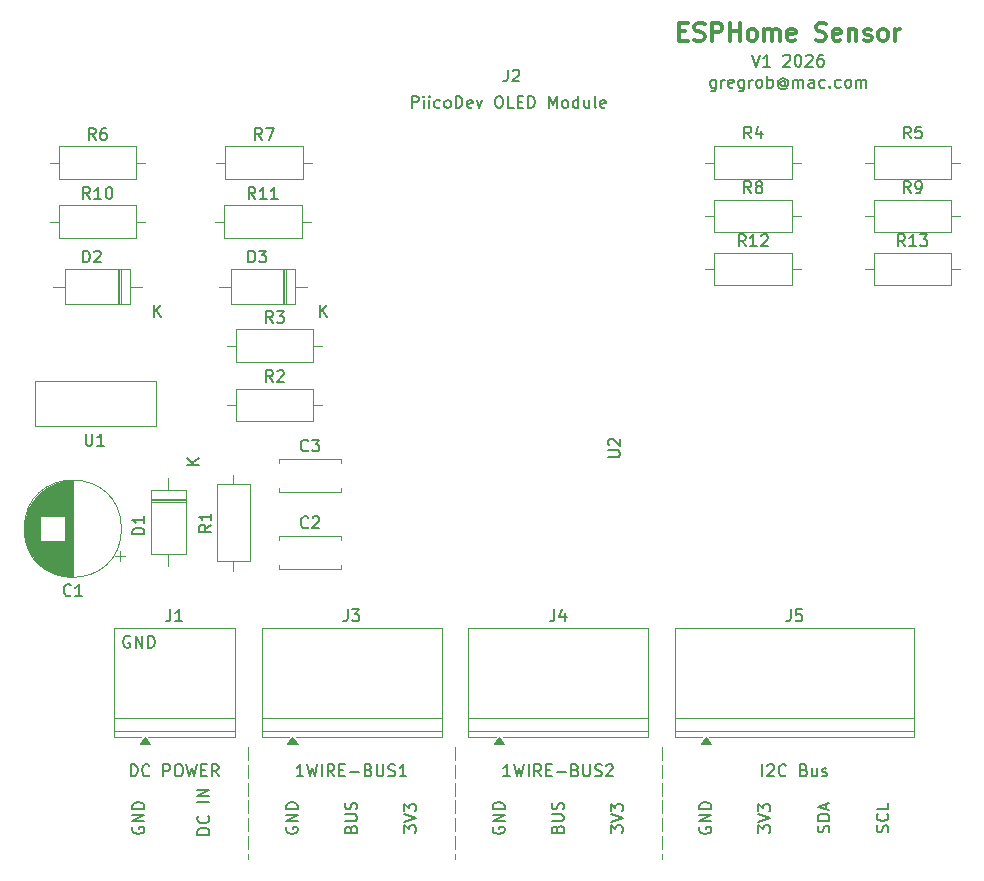
<source format=gbr>
%TF.GenerationSoftware,KiCad,Pcbnew,9.0.7*%
%TF.CreationDate,2026-02-23T21:28:53+11:00*%
%TF.ProjectId,esphome-sensor,65737068-6f6d-4652-9d73-656e736f722e,rev?*%
%TF.SameCoordinates,Original*%
%TF.FileFunction,Legend,Top*%
%TF.FilePolarity,Positive*%
%FSLAX46Y46*%
G04 Gerber Fmt 4.6, Leading zero omitted, Abs format (unit mm)*
G04 Created by KiCad (PCBNEW 9.0.7) date 2026-02-23 21:28:53*
%MOMM*%
%LPD*%
G01*
G04 APERTURE LIST*
%ADD10C,0.100000*%
%ADD11C,0.150000*%
%ADD12C,0.300000*%
%ADD13C,0.120000*%
G04 APERTURE END LIST*
D10*
X83750000Y-111500000D02*
X83750000Y-112600000D01*
X83750000Y-113000000D02*
X83750000Y-114100000D01*
X83750000Y-114500000D02*
X83750000Y-115600000D01*
X83750000Y-116000000D02*
X83750000Y-117100000D01*
X83750000Y-117500000D02*
X83750000Y-118600000D01*
X83750000Y-119000000D02*
X83750000Y-120100000D01*
X83750000Y-120500000D02*
X83750000Y-121000000D01*
X101250000Y-111500000D02*
X101250000Y-112600000D01*
X101250000Y-113000000D02*
X101250000Y-114100000D01*
X101250000Y-114500000D02*
X101250000Y-115600000D01*
X101250000Y-116000000D02*
X101250000Y-117100000D01*
X101250000Y-117500000D02*
X101250000Y-118600000D01*
X101250000Y-119000000D02*
X101250000Y-120100000D01*
X101250000Y-120500000D02*
X101250000Y-121000000D01*
X66250000Y-111500000D02*
X66250000Y-112600000D01*
X66250000Y-113000000D02*
X66250000Y-114100000D01*
X66250000Y-114500000D02*
X66250000Y-115600000D01*
X66250000Y-116000000D02*
X66250000Y-117100000D01*
X66250000Y-117500000D02*
X66250000Y-118600000D01*
X66250000Y-119000000D02*
X66250000Y-120100000D01*
X66250000Y-120500000D02*
X66250000Y-121000000D01*
D11*
X56309524Y-113954819D02*
X56309524Y-112954819D01*
X56309524Y-112954819D02*
X56547619Y-112954819D01*
X56547619Y-112954819D02*
X56690476Y-113002438D01*
X56690476Y-113002438D02*
X56785714Y-113097676D01*
X56785714Y-113097676D02*
X56833333Y-113192914D01*
X56833333Y-113192914D02*
X56880952Y-113383390D01*
X56880952Y-113383390D02*
X56880952Y-113526247D01*
X56880952Y-113526247D02*
X56833333Y-113716723D01*
X56833333Y-113716723D02*
X56785714Y-113811961D01*
X56785714Y-113811961D02*
X56690476Y-113907200D01*
X56690476Y-113907200D02*
X56547619Y-113954819D01*
X56547619Y-113954819D02*
X56309524Y-113954819D01*
X57880952Y-113859580D02*
X57833333Y-113907200D01*
X57833333Y-113907200D02*
X57690476Y-113954819D01*
X57690476Y-113954819D02*
X57595238Y-113954819D01*
X57595238Y-113954819D02*
X57452381Y-113907200D01*
X57452381Y-113907200D02*
X57357143Y-113811961D01*
X57357143Y-113811961D02*
X57309524Y-113716723D01*
X57309524Y-113716723D02*
X57261905Y-113526247D01*
X57261905Y-113526247D02*
X57261905Y-113383390D01*
X57261905Y-113383390D02*
X57309524Y-113192914D01*
X57309524Y-113192914D02*
X57357143Y-113097676D01*
X57357143Y-113097676D02*
X57452381Y-113002438D01*
X57452381Y-113002438D02*
X57595238Y-112954819D01*
X57595238Y-112954819D02*
X57690476Y-112954819D01*
X57690476Y-112954819D02*
X57833333Y-113002438D01*
X57833333Y-113002438D02*
X57880952Y-113050057D01*
X59071429Y-113954819D02*
X59071429Y-112954819D01*
X59071429Y-112954819D02*
X59452381Y-112954819D01*
X59452381Y-112954819D02*
X59547619Y-113002438D01*
X59547619Y-113002438D02*
X59595238Y-113050057D01*
X59595238Y-113050057D02*
X59642857Y-113145295D01*
X59642857Y-113145295D02*
X59642857Y-113288152D01*
X59642857Y-113288152D02*
X59595238Y-113383390D01*
X59595238Y-113383390D02*
X59547619Y-113431009D01*
X59547619Y-113431009D02*
X59452381Y-113478628D01*
X59452381Y-113478628D02*
X59071429Y-113478628D01*
X60261905Y-112954819D02*
X60452381Y-112954819D01*
X60452381Y-112954819D02*
X60547619Y-113002438D01*
X60547619Y-113002438D02*
X60642857Y-113097676D01*
X60642857Y-113097676D02*
X60690476Y-113288152D01*
X60690476Y-113288152D02*
X60690476Y-113621485D01*
X60690476Y-113621485D02*
X60642857Y-113811961D01*
X60642857Y-113811961D02*
X60547619Y-113907200D01*
X60547619Y-113907200D02*
X60452381Y-113954819D01*
X60452381Y-113954819D02*
X60261905Y-113954819D01*
X60261905Y-113954819D02*
X60166667Y-113907200D01*
X60166667Y-113907200D02*
X60071429Y-113811961D01*
X60071429Y-113811961D02*
X60023810Y-113621485D01*
X60023810Y-113621485D02*
X60023810Y-113288152D01*
X60023810Y-113288152D02*
X60071429Y-113097676D01*
X60071429Y-113097676D02*
X60166667Y-113002438D01*
X60166667Y-113002438D02*
X60261905Y-112954819D01*
X61023810Y-112954819D02*
X61261905Y-113954819D01*
X61261905Y-113954819D02*
X61452381Y-113240533D01*
X61452381Y-113240533D02*
X61642857Y-113954819D01*
X61642857Y-113954819D02*
X61880953Y-112954819D01*
X62261905Y-113431009D02*
X62595238Y-113431009D01*
X62738095Y-113954819D02*
X62261905Y-113954819D01*
X62261905Y-113954819D02*
X62261905Y-112954819D01*
X62261905Y-112954819D02*
X62738095Y-112954819D01*
X63738095Y-113954819D02*
X63404762Y-113478628D01*
X63166667Y-113954819D02*
X63166667Y-112954819D01*
X63166667Y-112954819D02*
X63547619Y-112954819D01*
X63547619Y-112954819D02*
X63642857Y-113002438D01*
X63642857Y-113002438D02*
X63690476Y-113050057D01*
X63690476Y-113050057D02*
X63738095Y-113145295D01*
X63738095Y-113145295D02*
X63738095Y-113288152D01*
X63738095Y-113288152D02*
X63690476Y-113383390D01*
X63690476Y-113383390D02*
X63642857Y-113431009D01*
X63642857Y-113431009D02*
X63547619Y-113478628D01*
X63547619Y-113478628D02*
X63166667Y-113478628D01*
X109454819Y-118738094D02*
X109454819Y-118119047D01*
X109454819Y-118119047D02*
X109835771Y-118452380D01*
X109835771Y-118452380D02*
X109835771Y-118309523D01*
X109835771Y-118309523D02*
X109883390Y-118214285D01*
X109883390Y-118214285D02*
X109931009Y-118166666D01*
X109931009Y-118166666D02*
X110026247Y-118119047D01*
X110026247Y-118119047D02*
X110264342Y-118119047D01*
X110264342Y-118119047D02*
X110359580Y-118166666D01*
X110359580Y-118166666D02*
X110407200Y-118214285D01*
X110407200Y-118214285D02*
X110454819Y-118309523D01*
X110454819Y-118309523D02*
X110454819Y-118595237D01*
X110454819Y-118595237D02*
X110407200Y-118690475D01*
X110407200Y-118690475D02*
X110359580Y-118738094D01*
X109454819Y-117833332D02*
X110454819Y-117499999D01*
X110454819Y-117499999D02*
X109454819Y-117166666D01*
X109454819Y-116928570D02*
X109454819Y-116309523D01*
X109454819Y-116309523D02*
X109835771Y-116642856D01*
X109835771Y-116642856D02*
X109835771Y-116499999D01*
X109835771Y-116499999D02*
X109883390Y-116404761D01*
X109883390Y-116404761D02*
X109931009Y-116357142D01*
X109931009Y-116357142D02*
X110026247Y-116309523D01*
X110026247Y-116309523D02*
X110264342Y-116309523D01*
X110264342Y-116309523D02*
X110359580Y-116357142D01*
X110359580Y-116357142D02*
X110407200Y-116404761D01*
X110407200Y-116404761D02*
X110454819Y-116499999D01*
X110454819Y-116499999D02*
X110454819Y-116785713D01*
X110454819Y-116785713D02*
X110407200Y-116880951D01*
X110407200Y-116880951D02*
X110359580Y-116928570D01*
X56502438Y-118261904D02*
X56454819Y-118357142D01*
X56454819Y-118357142D02*
X56454819Y-118499999D01*
X56454819Y-118499999D02*
X56502438Y-118642856D01*
X56502438Y-118642856D02*
X56597676Y-118738094D01*
X56597676Y-118738094D02*
X56692914Y-118785713D01*
X56692914Y-118785713D02*
X56883390Y-118833332D01*
X56883390Y-118833332D02*
X57026247Y-118833332D01*
X57026247Y-118833332D02*
X57216723Y-118785713D01*
X57216723Y-118785713D02*
X57311961Y-118738094D01*
X57311961Y-118738094D02*
X57407200Y-118642856D01*
X57407200Y-118642856D02*
X57454819Y-118499999D01*
X57454819Y-118499999D02*
X57454819Y-118404761D01*
X57454819Y-118404761D02*
X57407200Y-118261904D01*
X57407200Y-118261904D02*
X57359580Y-118214285D01*
X57359580Y-118214285D02*
X57026247Y-118214285D01*
X57026247Y-118214285D02*
X57026247Y-118404761D01*
X57454819Y-117785713D02*
X56454819Y-117785713D01*
X56454819Y-117785713D02*
X57454819Y-117214285D01*
X57454819Y-117214285D02*
X56454819Y-117214285D01*
X57454819Y-116738094D02*
X56454819Y-116738094D01*
X56454819Y-116738094D02*
X56454819Y-116499999D01*
X56454819Y-116499999D02*
X56502438Y-116357142D01*
X56502438Y-116357142D02*
X56597676Y-116261904D01*
X56597676Y-116261904D02*
X56692914Y-116214285D01*
X56692914Y-116214285D02*
X56883390Y-116166666D01*
X56883390Y-116166666D02*
X57026247Y-116166666D01*
X57026247Y-116166666D02*
X57216723Y-116214285D01*
X57216723Y-116214285D02*
X57311961Y-116261904D01*
X57311961Y-116261904D02*
X57407200Y-116357142D01*
X57407200Y-116357142D02*
X57454819Y-116499999D01*
X57454819Y-116499999D02*
X57454819Y-116738094D01*
X115407200Y-118714285D02*
X115454819Y-118571428D01*
X115454819Y-118571428D02*
X115454819Y-118333333D01*
X115454819Y-118333333D02*
X115407200Y-118238095D01*
X115407200Y-118238095D02*
X115359580Y-118190476D01*
X115359580Y-118190476D02*
X115264342Y-118142857D01*
X115264342Y-118142857D02*
X115169104Y-118142857D01*
X115169104Y-118142857D02*
X115073866Y-118190476D01*
X115073866Y-118190476D02*
X115026247Y-118238095D01*
X115026247Y-118238095D02*
X114978628Y-118333333D01*
X114978628Y-118333333D02*
X114931009Y-118523809D01*
X114931009Y-118523809D02*
X114883390Y-118619047D01*
X114883390Y-118619047D02*
X114835771Y-118666666D01*
X114835771Y-118666666D02*
X114740533Y-118714285D01*
X114740533Y-118714285D02*
X114645295Y-118714285D01*
X114645295Y-118714285D02*
X114550057Y-118666666D01*
X114550057Y-118666666D02*
X114502438Y-118619047D01*
X114502438Y-118619047D02*
X114454819Y-118523809D01*
X114454819Y-118523809D02*
X114454819Y-118285714D01*
X114454819Y-118285714D02*
X114502438Y-118142857D01*
X115454819Y-117714285D02*
X114454819Y-117714285D01*
X114454819Y-117714285D02*
X114454819Y-117476190D01*
X114454819Y-117476190D02*
X114502438Y-117333333D01*
X114502438Y-117333333D02*
X114597676Y-117238095D01*
X114597676Y-117238095D02*
X114692914Y-117190476D01*
X114692914Y-117190476D02*
X114883390Y-117142857D01*
X114883390Y-117142857D02*
X115026247Y-117142857D01*
X115026247Y-117142857D02*
X115216723Y-117190476D01*
X115216723Y-117190476D02*
X115311961Y-117238095D01*
X115311961Y-117238095D02*
X115407200Y-117333333D01*
X115407200Y-117333333D02*
X115454819Y-117476190D01*
X115454819Y-117476190D02*
X115454819Y-117714285D01*
X115169104Y-116761904D02*
X115169104Y-116285714D01*
X115454819Y-116857142D02*
X114454819Y-116523809D01*
X114454819Y-116523809D02*
X115454819Y-116190476D01*
X88428571Y-113954819D02*
X87857143Y-113954819D01*
X88142857Y-113954819D02*
X88142857Y-112954819D01*
X88142857Y-112954819D02*
X88047619Y-113097676D01*
X88047619Y-113097676D02*
X87952381Y-113192914D01*
X87952381Y-113192914D02*
X87857143Y-113240533D01*
X88761905Y-112954819D02*
X89000000Y-113954819D01*
X89000000Y-113954819D02*
X89190476Y-113240533D01*
X89190476Y-113240533D02*
X89380952Y-113954819D01*
X89380952Y-113954819D02*
X89619048Y-112954819D01*
X90000000Y-113954819D02*
X90000000Y-112954819D01*
X91047618Y-113954819D02*
X90714285Y-113478628D01*
X90476190Y-113954819D02*
X90476190Y-112954819D01*
X90476190Y-112954819D02*
X90857142Y-112954819D01*
X90857142Y-112954819D02*
X90952380Y-113002438D01*
X90952380Y-113002438D02*
X90999999Y-113050057D01*
X90999999Y-113050057D02*
X91047618Y-113145295D01*
X91047618Y-113145295D02*
X91047618Y-113288152D01*
X91047618Y-113288152D02*
X90999999Y-113383390D01*
X90999999Y-113383390D02*
X90952380Y-113431009D01*
X90952380Y-113431009D02*
X90857142Y-113478628D01*
X90857142Y-113478628D02*
X90476190Y-113478628D01*
X91476190Y-113431009D02*
X91809523Y-113431009D01*
X91952380Y-113954819D02*
X91476190Y-113954819D01*
X91476190Y-113954819D02*
X91476190Y-112954819D01*
X91476190Y-112954819D02*
X91952380Y-112954819D01*
X92380952Y-113573866D02*
X93142857Y-113573866D01*
X93952380Y-113431009D02*
X94095237Y-113478628D01*
X94095237Y-113478628D02*
X94142856Y-113526247D01*
X94142856Y-113526247D02*
X94190475Y-113621485D01*
X94190475Y-113621485D02*
X94190475Y-113764342D01*
X94190475Y-113764342D02*
X94142856Y-113859580D01*
X94142856Y-113859580D02*
X94095237Y-113907200D01*
X94095237Y-113907200D02*
X93999999Y-113954819D01*
X93999999Y-113954819D02*
X93619047Y-113954819D01*
X93619047Y-113954819D02*
X93619047Y-112954819D01*
X93619047Y-112954819D02*
X93952380Y-112954819D01*
X93952380Y-112954819D02*
X94047618Y-113002438D01*
X94047618Y-113002438D02*
X94095237Y-113050057D01*
X94095237Y-113050057D02*
X94142856Y-113145295D01*
X94142856Y-113145295D02*
X94142856Y-113240533D01*
X94142856Y-113240533D02*
X94095237Y-113335771D01*
X94095237Y-113335771D02*
X94047618Y-113383390D01*
X94047618Y-113383390D02*
X93952380Y-113431009D01*
X93952380Y-113431009D02*
X93619047Y-113431009D01*
X94619047Y-112954819D02*
X94619047Y-113764342D01*
X94619047Y-113764342D02*
X94666666Y-113859580D01*
X94666666Y-113859580D02*
X94714285Y-113907200D01*
X94714285Y-113907200D02*
X94809523Y-113954819D01*
X94809523Y-113954819D02*
X94999999Y-113954819D01*
X94999999Y-113954819D02*
X95095237Y-113907200D01*
X95095237Y-113907200D02*
X95142856Y-113859580D01*
X95142856Y-113859580D02*
X95190475Y-113764342D01*
X95190475Y-113764342D02*
X95190475Y-112954819D01*
X95619047Y-113907200D02*
X95761904Y-113954819D01*
X95761904Y-113954819D02*
X95999999Y-113954819D01*
X95999999Y-113954819D02*
X96095237Y-113907200D01*
X96095237Y-113907200D02*
X96142856Y-113859580D01*
X96142856Y-113859580D02*
X96190475Y-113764342D01*
X96190475Y-113764342D02*
X96190475Y-113669104D01*
X96190475Y-113669104D02*
X96142856Y-113573866D01*
X96142856Y-113573866D02*
X96095237Y-113526247D01*
X96095237Y-113526247D02*
X95999999Y-113478628D01*
X95999999Y-113478628D02*
X95809523Y-113431009D01*
X95809523Y-113431009D02*
X95714285Y-113383390D01*
X95714285Y-113383390D02*
X95666666Y-113335771D01*
X95666666Y-113335771D02*
X95619047Y-113240533D01*
X95619047Y-113240533D02*
X95619047Y-113145295D01*
X95619047Y-113145295D02*
X95666666Y-113050057D01*
X95666666Y-113050057D02*
X95714285Y-113002438D01*
X95714285Y-113002438D02*
X95809523Y-112954819D01*
X95809523Y-112954819D02*
X96047618Y-112954819D01*
X96047618Y-112954819D02*
X96190475Y-113002438D01*
X96571428Y-113050057D02*
X96619047Y-113002438D01*
X96619047Y-113002438D02*
X96714285Y-112954819D01*
X96714285Y-112954819D02*
X96952380Y-112954819D01*
X96952380Y-112954819D02*
X97047618Y-113002438D01*
X97047618Y-113002438D02*
X97095237Y-113050057D01*
X97095237Y-113050057D02*
X97142856Y-113145295D01*
X97142856Y-113145295D02*
X97142856Y-113240533D01*
X97142856Y-113240533D02*
X97095237Y-113383390D01*
X97095237Y-113383390D02*
X96523809Y-113954819D01*
X96523809Y-113954819D02*
X97142856Y-113954819D01*
X62954819Y-118904761D02*
X61954819Y-118904761D01*
X61954819Y-118904761D02*
X61954819Y-118666666D01*
X61954819Y-118666666D02*
X62002438Y-118523809D01*
X62002438Y-118523809D02*
X62097676Y-118428571D01*
X62097676Y-118428571D02*
X62192914Y-118380952D01*
X62192914Y-118380952D02*
X62383390Y-118333333D01*
X62383390Y-118333333D02*
X62526247Y-118333333D01*
X62526247Y-118333333D02*
X62716723Y-118380952D01*
X62716723Y-118380952D02*
X62811961Y-118428571D01*
X62811961Y-118428571D02*
X62907200Y-118523809D01*
X62907200Y-118523809D02*
X62954819Y-118666666D01*
X62954819Y-118666666D02*
X62954819Y-118904761D01*
X62859580Y-117333333D02*
X62907200Y-117380952D01*
X62907200Y-117380952D02*
X62954819Y-117523809D01*
X62954819Y-117523809D02*
X62954819Y-117619047D01*
X62954819Y-117619047D02*
X62907200Y-117761904D01*
X62907200Y-117761904D02*
X62811961Y-117857142D01*
X62811961Y-117857142D02*
X62716723Y-117904761D01*
X62716723Y-117904761D02*
X62526247Y-117952380D01*
X62526247Y-117952380D02*
X62383390Y-117952380D01*
X62383390Y-117952380D02*
X62192914Y-117904761D01*
X62192914Y-117904761D02*
X62097676Y-117857142D01*
X62097676Y-117857142D02*
X62002438Y-117761904D01*
X62002438Y-117761904D02*
X61954819Y-117619047D01*
X61954819Y-117619047D02*
X61954819Y-117523809D01*
X61954819Y-117523809D02*
X62002438Y-117380952D01*
X62002438Y-117380952D02*
X62050057Y-117333333D01*
X62954819Y-116142856D02*
X61954819Y-116142856D01*
X62954819Y-115666666D02*
X61954819Y-115666666D01*
X61954819Y-115666666D02*
X62954819Y-115095238D01*
X62954819Y-115095238D02*
X61954819Y-115095238D01*
X79454819Y-118738094D02*
X79454819Y-118119047D01*
X79454819Y-118119047D02*
X79835771Y-118452380D01*
X79835771Y-118452380D02*
X79835771Y-118309523D01*
X79835771Y-118309523D02*
X79883390Y-118214285D01*
X79883390Y-118214285D02*
X79931009Y-118166666D01*
X79931009Y-118166666D02*
X80026247Y-118119047D01*
X80026247Y-118119047D02*
X80264342Y-118119047D01*
X80264342Y-118119047D02*
X80359580Y-118166666D01*
X80359580Y-118166666D02*
X80407200Y-118214285D01*
X80407200Y-118214285D02*
X80454819Y-118309523D01*
X80454819Y-118309523D02*
X80454819Y-118595237D01*
X80454819Y-118595237D02*
X80407200Y-118690475D01*
X80407200Y-118690475D02*
X80359580Y-118738094D01*
X79454819Y-117833332D02*
X80454819Y-117499999D01*
X80454819Y-117499999D02*
X79454819Y-117166666D01*
X79454819Y-116928570D02*
X79454819Y-116309523D01*
X79454819Y-116309523D02*
X79835771Y-116642856D01*
X79835771Y-116642856D02*
X79835771Y-116499999D01*
X79835771Y-116499999D02*
X79883390Y-116404761D01*
X79883390Y-116404761D02*
X79931009Y-116357142D01*
X79931009Y-116357142D02*
X80026247Y-116309523D01*
X80026247Y-116309523D02*
X80264342Y-116309523D01*
X80264342Y-116309523D02*
X80359580Y-116357142D01*
X80359580Y-116357142D02*
X80407200Y-116404761D01*
X80407200Y-116404761D02*
X80454819Y-116499999D01*
X80454819Y-116499999D02*
X80454819Y-116785713D01*
X80454819Y-116785713D02*
X80407200Y-116880951D01*
X80407200Y-116880951D02*
X80359580Y-116928570D01*
X120407200Y-118690475D02*
X120454819Y-118547618D01*
X120454819Y-118547618D02*
X120454819Y-118309523D01*
X120454819Y-118309523D02*
X120407200Y-118214285D01*
X120407200Y-118214285D02*
X120359580Y-118166666D01*
X120359580Y-118166666D02*
X120264342Y-118119047D01*
X120264342Y-118119047D02*
X120169104Y-118119047D01*
X120169104Y-118119047D02*
X120073866Y-118166666D01*
X120073866Y-118166666D02*
X120026247Y-118214285D01*
X120026247Y-118214285D02*
X119978628Y-118309523D01*
X119978628Y-118309523D02*
X119931009Y-118499999D01*
X119931009Y-118499999D02*
X119883390Y-118595237D01*
X119883390Y-118595237D02*
X119835771Y-118642856D01*
X119835771Y-118642856D02*
X119740533Y-118690475D01*
X119740533Y-118690475D02*
X119645295Y-118690475D01*
X119645295Y-118690475D02*
X119550057Y-118642856D01*
X119550057Y-118642856D02*
X119502438Y-118595237D01*
X119502438Y-118595237D02*
X119454819Y-118499999D01*
X119454819Y-118499999D02*
X119454819Y-118261904D01*
X119454819Y-118261904D02*
X119502438Y-118119047D01*
X120359580Y-117119047D02*
X120407200Y-117166666D01*
X120407200Y-117166666D02*
X120454819Y-117309523D01*
X120454819Y-117309523D02*
X120454819Y-117404761D01*
X120454819Y-117404761D02*
X120407200Y-117547618D01*
X120407200Y-117547618D02*
X120311961Y-117642856D01*
X120311961Y-117642856D02*
X120216723Y-117690475D01*
X120216723Y-117690475D02*
X120026247Y-117738094D01*
X120026247Y-117738094D02*
X119883390Y-117738094D01*
X119883390Y-117738094D02*
X119692914Y-117690475D01*
X119692914Y-117690475D02*
X119597676Y-117642856D01*
X119597676Y-117642856D02*
X119502438Y-117547618D01*
X119502438Y-117547618D02*
X119454819Y-117404761D01*
X119454819Y-117404761D02*
X119454819Y-117309523D01*
X119454819Y-117309523D02*
X119502438Y-117166666D01*
X119502438Y-117166666D02*
X119550057Y-117119047D01*
X120454819Y-116214285D02*
X120454819Y-116690475D01*
X120454819Y-116690475D02*
X119454819Y-116690475D01*
X105833333Y-54979152D02*
X105833333Y-55788676D01*
X105833333Y-55788676D02*
X105785714Y-55883914D01*
X105785714Y-55883914D02*
X105738095Y-55931533D01*
X105738095Y-55931533D02*
X105642857Y-55979152D01*
X105642857Y-55979152D02*
X105500000Y-55979152D01*
X105500000Y-55979152D02*
X105404762Y-55931533D01*
X105833333Y-55598200D02*
X105738095Y-55645819D01*
X105738095Y-55645819D02*
X105547619Y-55645819D01*
X105547619Y-55645819D02*
X105452381Y-55598200D01*
X105452381Y-55598200D02*
X105404762Y-55550580D01*
X105404762Y-55550580D02*
X105357143Y-55455342D01*
X105357143Y-55455342D02*
X105357143Y-55169628D01*
X105357143Y-55169628D02*
X105404762Y-55074390D01*
X105404762Y-55074390D02*
X105452381Y-55026771D01*
X105452381Y-55026771D02*
X105547619Y-54979152D01*
X105547619Y-54979152D02*
X105738095Y-54979152D01*
X105738095Y-54979152D02*
X105833333Y-55026771D01*
X106309524Y-55645819D02*
X106309524Y-54979152D01*
X106309524Y-55169628D02*
X106357143Y-55074390D01*
X106357143Y-55074390D02*
X106404762Y-55026771D01*
X106404762Y-55026771D02*
X106500000Y-54979152D01*
X106500000Y-54979152D02*
X106595238Y-54979152D01*
X107309524Y-55598200D02*
X107214286Y-55645819D01*
X107214286Y-55645819D02*
X107023810Y-55645819D01*
X107023810Y-55645819D02*
X106928572Y-55598200D01*
X106928572Y-55598200D02*
X106880953Y-55502961D01*
X106880953Y-55502961D02*
X106880953Y-55122009D01*
X106880953Y-55122009D02*
X106928572Y-55026771D01*
X106928572Y-55026771D02*
X107023810Y-54979152D01*
X107023810Y-54979152D02*
X107214286Y-54979152D01*
X107214286Y-54979152D02*
X107309524Y-55026771D01*
X107309524Y-55026771D02*
X107357143Y-55122009D01*
X107357143Y-55122009D02*
X107357143Y-55217247D01*
X107357143Y-55217247D02*
X106880953Y-55312485D01*
X108214286Y-54979152D02*
X108214286Y-55788676D01*
X108214286Y-55788676D02*
X108166667Y-55883914D01*
X108166667Y-55883914D02*
X108119048Y-55931533D01*
X108119048Y-55931533D02*
X108023810Y-55979152D01*
X108023810Y-55979152D02*
X107880953Y-55979152D01*
X107880953Y-55979152D02*
X107785715Y-55931533D01*
X108214286Y-55598200D02*
X108119048Y-55645819D01*
X108119048Y-55645819D02*
X107928572Y-55645819D01*
X107928572Y-55645819D02*
X107833334Y-55598200D01*
X107833334Y-55598200D02*
X107785715Y-55550580D01*
X107785715Y-55550580D02*
X107738096Y-55455342D01*
X107738096Y-55455342D02*
X107738096Y-55169628D01*
X107738096Y-55169628D02*
X107785715Y-55074390D01*
X107785715Y-55074390D02*
X107833334Y-55026771D01*
X107833334Y-55026771D02*
X107928572Y-54979152D01*
X107928572Y-54979152D02*
X108119048Y-54979152D01*
X108119048Y-54979152D02*
X108214286Y-55026771D01*
X108690477Y-55645819D02*
X108690477Y-54979152D01*
X108690477Y-55169628D02*
X108738096Y-55074390D01*
X108738096Y-55074390D02*
X108785715Y-55026771D01*
X108785715Y-55026771D02*
X108880953Y-54979152D01*
X108880953Y-54979152D02*
X108976191Y-54979152D01*
X109452382Y-55645819D02*
X109357144Y-55598200D01*
X109357144Y-55598200D02*
X109309525Y-55550580D01*
X109309525Y-55550580D02*
X109261906Y-55455342D01*
X109261906Y-55455342D02*
X109261906Y-55169628D01*
X109261906Y-55169628D02*
X109309525Y-55074390D01*
X109309525Y-55074390D02*
X109357144Y-55026771D01*
X109357144Y-55026771D02*
X109452382Y-54979152D01*
X109452382Y-54979152D02*
X109595239Y-54979152D01*
X109595239Y-54979152D02*
X109690477Y-55026771D01*
X109690477Y-55026771D02*
X109738096Y-55074390D01*
X109738096Y-55074390D02*
X109785715Y-55169628D01*
X109785715Y-55169628D02*
X109785715Y-55455342D01*
X109785715Y-55455342D02*
X109738096Y-55550580D01*
X109738096Y-55550580D02*
X109690477Y-55598200D01*
X109690477Y-55598200D02*
X109595239Y-55645819D01*
X109595239Y-55645819D02*
X109452382Y-55645819D01*
X110214287Y-55645819D02*
X110214287Y-54645819D01*
X110214287Y-55026771D02*
X110309525Y-54979152D01*
X110309525Y-54979152D02*
X110500001Y-54979152D01*
X110500001Y-54979152D02*
X110595239Y-55026771D01*
X110595239Y-55026771D02*
X110642858Y-55074390D01*
X110642858Y-55074390D02*
X110690477Y-55169628D01*
X110690477Y-55169628D02*
X110690477Y-55455342D01*
X110690477Y-55455342D02*
X110642858Y-55550580D01*
X110642858Y-55550580D02*
X110595239Y-55598200D01*
X110595239Y-55598200D02*
X110500001Y-55645819D01*
X110500001Y-55645819D02*
X110309525Y-55645819D01*
X110309525Y-55645819D02*
X110214287Y-55598200D01*
X111738096Y-55169628D02*
X111690477Y-55122009D01*
X111690477Y-55122009D02*
X111595239Y-55074390D01*
X111595239Y-55074390D02*
X111500001Y-55074390D01*
X111500001Y-55074390D02*
X111404763Y-55122009D01*
X111404763Y-55122009D02*
X111357144Y-55169628D01*
X111357144Y-55169628D02*
X111309525Y-55264866D01*
X111309525Y-55264866D02*
X111309525Y-55360104D01*
X111309525Y-55360104D02*
X111357144Y-55455342D01*
X111357144Y-55455342D02*
X111404763Y-55502961D01*
X111404763Y-55502961D02*
X111500001Y-55550580D01*
X111500001Y-55550580D02*
X111595239Y-55550580D01*
X111595239Y-55550580D02*
X111690477Y-55502961D01*
X111690477Y-55502961D02*
X111738096Y-55455342D01*
X111738096Y-55074390D02*
X111738096Y-55455342D01*
X111738096Y-55455342D02*
X111785715Y-55502961D01*
X111785715Y-55502961D02*
X111833334Y-55502961D01*
X111833334Y-55502961D02*
X111928573Y-55455342D01*
X111928573Y-55455342D02*
X111976192Y-55360104D01*
X111976192Y-55360104D02*
X111976192Y-55122009D01*
X111976192Y-55122009D02*
X111880954Y-54979152D01*
X111880954Y-54979152D02*
X111738096Y-54883914D01*
X111738096Y-54883914D02*
X111547620Y-54836295D01*
X111547620Y-54836295D02*
X111357144Y-54883914D01*
X111357144Y-54883914D02*
X111214287Y-54979152D01*
X111214287Y-54979152D02*
X111119049Y-55122009D01*
X111119049Y-55122009D02*
X111071430Y-55312485D01*
X111071430Y-55312485D02*
X111119049Y-55502961D01*
X111119049Y-55502961D02*
X111214287Y-55645819D01*
X111214287Y-55645819D02*
X111357144Y-55741057D01*
X111357144Y-55741057D02*
X111547620Y-55788676D01*
X111547620Y-55788676D02*
X111738096Y-55741057D01*
X111738096Y-55741057D02*
X111880954Y-55645819D01*
X112404763Y-55645819D02*
X112404763Y-54979152D01*
X112404763Y-55074390D02*
X112452382Y-55026771D01*
X112452382Y-55026771D02*
X112547620Y-54979152D01*
X112547620Y-54979152D02*
X112690477Y-54979152D01*
X112690477Y-54979152D02*
X112785715Y-55026771D01*
X112785715Y-55026771D02*
X112833334Y-55122009D01*
X112833334Y-55122009D02*
X112833334Y-55645819D01*
X112833334Y-55122009D02*
X112880953Y-55026771D01*
X112880953Y-55026771D02*
X112976191Y-54979152D01*
X112976191Y-54979152D02*
X113119048Y-54979152D01*
X113119048Y-54979152D02*
X113214287Y-55026771D01*
X113214287Y-55026771D02*
X113261906Y-55122009D01*
X113261906Y-55122009D02*
X113261906Y-55645819D01*
X114166667Y-55645819D02*
X114166667Y-55122009D01*
X114166667Y-55122009D02*
X114119048Y-55026771D01*
X114119048Y-55026771D02*
X114023810Y-54979152D01*
X114023810Y-54979152D02*
X113833334Y-54979152D01*
X113833334Y-54979152D02*
X113738096Y-55026771D01*
X114166667Y-55598200D02*
X114071429Y-55645819D01*
X114071429Y-55645819D02*
X113833334Y-55645819D01*
X113833334Y-55645819D02*
X113738096Y-55598200D01*
X113738096Y-55598200D02*
X113690477Y-55502961D01*
X113690477Y-55502961D02*
X113690477Y-55407723D01*
X113690477Y-55407723D02*
X113738096Y-55312485D01*
X113738096Y-55312485D02*
X113833334Y-55264866D01*
X113833334Y-55264866D02*
X114071429Y-55264866D01*
X114071429Y-55264866D02*
X114166667Y-55217247D01*
X115071429Y-55598200D02*
X114976191Y-55645819D01*
X114976191Y-55645819D02*
X114785715Y-55645819D01*
X114785715Y-55645819D02*
X114690477Y-55598200D01*
X114690477Y-55598200D02*
X114642858Y-55550580D01*
X114642858Y-55550580D02*
X114595239Y-55455342D01*
X114595239Y-55455342D02*
X114595239Y-55169628D01*
X114595239Y-55169628D02*
X114642858Y-55074390D01*
X114642858Y-55074390D02*
X114690477Y-55026771D01*
X114690477Y-55026771D02*
X114785715Y-54979152D01*
X114785715Y-54979152D02*
X114976191Y-54979152D01*
X114976191Y-54979152D02*
X115071429Y-55026771D01*
X115500001Y-55550580D02*
X115547620Y-55598200D01*
X115547620Y-55598200D02*
X115500001Y-55645819D01*
X115500001Y-55645819D02*
X115452382Y-55598200D01*
X115452382Y-55598200D02*
X115500001Y-55550580D01*
X115500001Y-55550580D02*
X115500001Y-55645819D01*
X116404762Y-55598200D02*
X116309524Y-55645819D01*
X116309524Y-55645819D02*
X116119048Y-55645819D01*
X116119048Y-55645819D02*
X116023810Y-55598200D01*
X116023810Y-55598200D02*
X115976191Y-55550580D01*
X115976191Y-55550580D02*
X115928572Y-55455342D01*
X115928572Y-55455342D02*
X115928572Y-55169628D01*
X115928572Y-55169628D02*
X115976191Y-55074390D01*
X115976191Y-55074390D02*
X116023810Y-55026771D01*
X116023810Y-55026771D02*
X116119048Y-54979152D01*
X116119048Y-54979152D02*
X116309524Y-54979152D01*
X116309524Y-54979152D02*
X116404762Y-55026771D01*
X116976191Y-55645819D02*
X116880953Y-55598200D01*
X116880953Y-55598200D02*
X116833334Y-55550580D01*
X116833334Y-55550580D02*
X116785715Y-55455342D01*
X116785715Y-55455342D02*
X116785715Y-55169628D01*
X116785715Y-55169628D02*
X116833334Y-55074390D01*
X116833334Y-55074390D02*
X116880953Y-55026771D01*
X116880953Y-55026771D02*
X116976191Y-54979152D01*
X116976191Y-54979152D02*
X117119048Y-54979152D01*
X117119048Y-54979152D02*
X117214286Y-55026771D01*
X117214286Y-55026771D02*
X117261905Y-55074390D01*
X117261905Y-55074390D02*
X117309524Y-55169628D01*
X117309524Y-55169628D02*
X117309524Y-55455342D01*
X117309524Y-55455342D02*
X117261905Y-55550580D01*
X117261905Y-55550580D02*
X117214286Y-55598200D01*
X117214286Y-55598200D02*
X117119048Y-55645819D01*
X117119048Y-55645819D02*
X116976191Y-55645819D01*
X117738096Y-55645819D02*
X117738096Y-54979152D01*
X117738096Y-55074390D02*
X117785715Y-55026771D01*
X117785715Y-55026771D02*
X117880953Y-54979152D01*
X117880953Y-54979152D02*
X118023810Y-54979152D01*
X118023810Y-54979152D02*
X118119048Y-55026771D01*
X118119048Y-55026771D02*
X118166667Y-55122009D01*
X118166667Y-55122009D02*
X118166667Y-55645819D01*
X118166667Y-55122009D02*
X118214286Y-55026771D01*
X118214286Y-55026771D02*
X118309524Y-54979152D01*
X118309524Y-54979152D02*
X118452381Y-54979152D01*
X118452381Y-54979152D02*
X118547620Y-55026771D01*
X118547620Y-55026771D02*
X118595239Y-55122009D01*
X118595239Y-55122009D02*
X118595239Y-55645819D01*
X56238095Y-102122438D02*
X56142857Y-102074819D01*
X56142857Y-102074819D02*
X56000000Y-102074819D01*
X56000000Y-102074819D02*
X55857143Y-102122438D01*
X55857143Y-102122438D02*
X55761905Y-102217676D01*
X55761905Y-102217676D02*
X55714286Y-102312914D01*
X55714286Y-102312914D02*
X55666667Y-102503390D01*
X55666667Y-102503390D02*
X55666667Y-102646247D01*
X55666667Y-102646247D02*
X55714286Y-102836723D01*
X55714286Y-102836723D02*
X55761905Y-102931961D01*
X55761905Y-102931961D02*
X55857143Y-103027200D01*
X55857143Y-103027200D02*
X56000000Y-103074819D01*
X56000000Y-103074819D02*
X56095238Y-103074819D01*
X56095238Y-103074819D02*
X56238095Y-103027200D01*
X56238095Y-103027200D02*
X56285714Y-102979580D01*
X56285714Y-102979580D02*
X56285714Y-102646247D01*
X56285714Y-102646247D02*
X56095238Y-102646247D01*
X56714286Y-103074819D02*
X56714286Y-102074819D01*
X56714286Y-102074819D02*
X57285714Y-103074819D01*
X57285714Y-103074819D02*
X57285714Y-102074819D01*
X57761905Y-103074819D02*
X57761905Y-102074819D01*
X57761905Y-102074819D02*
X58000000Y-102074819D01*
X58000000Y-102074819D02*
X58142857Y-102122438D01*
X58142857Y-102122438D02*
X58238095Y-102217676D01*
X58238095Y-102217676D02*
X58285714Y-102312914D01*
X58285714Y-102312914D02*
X58333333Y-102503390D01*
X58333333Y-102503390D02*
X58333333Y-102646247D01*
X58333333Y-102646247D02*
X58285714Y-102836723D01*
X58285714Y-102836723D02*
X58238095Y-102931961D01*
X58238095Y-102931961D02*
X58142857Y-103027200D01*
X58142857Y-103027200D02*
X58000000Y-103074819D01*
X58000000Y-103074819D02*
X57761905Y-103074819D01*
X108904762Y-52867819D02*
X109238095Y-53867819D01*
X109238095Y-53867819D02*
X109571428Y-52867819D01*
X110428571Y-53867819D02*
X109857143Y-53867819D01*
X110142857Y-53867819D02*
X110142857Y-52867819D01*
X110142857Y-52867819D02*
X110047619Y-53010676D01*
X110047619Y-53010676D02*
X109952381Y-53105914D01*
X109952381Y-53105914D02*
X109857143Y-53153533D01*
X111571429Y-52963057D02*
X111619048Y-52915438D01*
X111619048Y-52915438D02*
X111714286Y-52867819D01*
X111714286Y-52867819D02*
X111952381Y-52867819D01*
X111952381Y-52867819D02*
X112047619Y-52915438D01*
X112047619Y-52915438D02*
X112095238Y-52963057D01*
X112095238Y-52963057D02*
X112142857Y-53058295D01*
X112142857Y-53058295D02*
X112142857Y-53153533D01*
X112142857Y-53153533D02*
X112095238Y-53296390D01*
X112095238Y-53296390D02*
X111523810Y-53867819D01*
X111523810Y-53867819D02*
X112142857Y-53867819D01*
X112761905Y-52867819D02*
X112857143Y-52867819D01*
X112857143Y-52867819D02*
X112952381Y-52915438D01*
X112952381Y-52915438D02*
X113000000Y-52963057D01*
X113000000Y-52963057D02*
X113047619Y-53058295D01*
X113047619Y-53058295D02*
X113095238Y-53248771D01*
X113095238Y-53248771D02*
X113095238Y-53486866D01*
X113095238Y-53486866D02*
X113047619Y-53677342D01*
X113047619Y-53677342D02*
X113000000Y-53772580D01*
X113000000Y-53772580D02*
X112952381Y-53820200D01*
X112952381Y-53820200D02*
X112857143Y-53867819D01*
X112857143Y-53867819D02*
X112761905Y-53867819D01*
X112761905Y-53867819D02*
X112666667Y-53820200D01*
X112666667Y-53820200D02*
X112619048Y-53772580D01*
X112619048Y-53772580D02*
X112571429Y-53677342D01*
X112571429Y-53677342D02*
X112523810Y-53486866D01*
X112523810Y-53486866D02*
X112523810Y-53248771D01*
X112523810Y-53248771D02*
X112571429Y-53058295D01*
X112571429Y-53058295D02*
X112619048Y-52963057D01*
X112619048Y-52963057D02*
X112666667Y-52915438D01*
X112666667Y-52915438D02*
X112761905Y-52867819D01*
X113476191Y-52963057D02*
X113523810Y-52915438D01*
X113523810Y-52915438D02*
X113619048Y-52867819D01*
X113619048Y-52867819D02*
X113857143Y-52867819D01*
X113857143Y-52867819D02*
X113952381Y-52915438D01*
X113952381Y-52915438D02*
X114000000Y-52963057D01*
X114000000Y-52963057D02*
X114047619Y-53058295D01*
X114047619Y-53058295D02*
X114047619Y-53153533D01*
X114047619Y-53153533D02*
X114000000Y-53296390D01*
X114000000Y-53296390D02*
X113428572Y-53867819D01*
X113428572Y-53867819D02*
X114047619Y-53867819D01*
X114904762Y-52867819D02*
X114714286Y-52867819D01*
X114714286Y-52867819D02*
X114619048Y-52915438D01*
X114619048Y-52915438D02*
X114571429Y-52963057D01*
X114571429Y-52963057D02*
X114476191Y-53105914D01*
X114476191Y-53105914D02*
X114428572Y-53296390D01*
X114428572Y-53296390D02*
X114428572Y-53677342D01*
X114428572Y-53677342D02*
X114476191Y-53772580D01*
X114476191Y-53772580D02*
X114523810Y-53820200D01*
X114523810Y-53820200D02*
X114619048Y-53867819D01*
X114619048Y-53867819D02*
X114809524Y-53867819D01*
X114809524Y-53867819D02*
X114904762Y-53820200D01*
X114904762Y-53820200D02*
X114952381Y-53772580D01*
X114952381Y-53772580D02*
X115000000Y-53677342D01*
X115000000Y-53677342D02*
X115000000Y-53439247D01*
X115000000Y-53439247D02*
X114952381Y-53344009D01*
X114952381Y-53344009D02*
X114904762Y-53296390D01*
X114904762Y-53296390D02*
X114809524Y-53248771D01*
X114809524Y-53248771D02*
X114619048Y-53248771D01*
X114619048Y-53248771D02*
X114523810Y-53296390D01*
X114523810Y-53296390D02*
X114476191Y-53344009D01*
X114476191Y-53344009D02*
X114428572Y-53439247D01*
D12*
X102750000Y-50892614D02*
X103250000Y-50892614D01*
X103464286Y-51678328D02*
X102750000Y-51678328D01*
X102750000Y-51678328D02*
X102750000Y-50178328D01*
X102750000Y-50178328D02*
X103464286Y-50178328D01*
X104035715Y-51606900D02*
X104250001Y-51678328D01*
X104250001Y-51678328D02*
X104607143Y-51678328D01*
X104607143Y-51678328D02*
X104750001Y-51606900D01*
X104750001Y-51606900D02*
X104821429Y-51535471D01*
X104821429Y-51535471D02*
X104892858Y-51392614D01*
X104892858Y-51392614D02*
X104892858Y-51249757D01*
X104892858Y-51249757D02*
X104821429Y-51106900D01*
X104821429Y-51106900D02*
X104750001Y-51035471D01*
X104750001Y-51035471D02*
X104607143Y-50964042D01*
X104607143Y-50964042D02*
X104321429Y-50892614D01*
X104321429Y-50892614D02*
X104178572Y-50821185D01*
X104178572Y-50821185D02*
X104107143Y-50749757D01*
X104107143Y-50749757D02*
X104035715Y-50606900D01*
X104035715Y-50606900D02*
X104035715Y-50464042D01*
X104035715Y-50464042D02*
X104107143Y-50321185D01*
X104107143Y-50321185D02*
X104178572Y-50249757D01*
X104178572Y-50249757D02*
X104321429Y-50178328D01*
X104321429Y-50178328D02*
X104678572Y-50178328D01*
X104678572Y-50178328D02*
X104892858Y-50249757D01*
X105535714Y-51678328D02*
X105535714Y-50178328D01*
X105535714Y-50178328D02*
X106107143Y-50178328D01*
X106107143Y-50178328D02*
X106250000Y-50249757D01*
X106250000Y-50249757D02*
X106321429Y-50321185D01*
X106321429Y-50321185D02*
X106392857Y-50464042D01*
X106392857Y-50464042D02*
X106392857Y-50678328D01*
X106392857Y-50678328D02*
X106321429Y-50821185D01*
X106321429Y-50821185D02*
X106250000Y-50892614D01*
X106250000Y-50892614D02*
X106107143Y-50964042D01*
X106107143Y-50964042D02*
X105535714Y-50964042D01*
X107035714Y-51678328D02*
X107035714Y-50178328D01*
X107035714Y-50892614D02*
X107892857Y-50892614D01*
X107892857Y-51678328D02*
X107892857Y-50178328D01*
X108821429Y-51678328D02*
X108678572Y-51606900D01*
X108678572Y-51606900D02*
X108607143Y-51535471D01*
X108607143Y-51535471D02*
X108535715Y-51392614D01*
X108535715Y-51392614D02*
X108535715Y-50964042D01*
X108535715Y-50964042D02*
X108607143Y-50821185D01*
X108607143Y-50821185D02*
X108678572Y-50749757D01*
X108678572Y-50749757D02*
X108821429Y-50678328D01*
X108821429Y-50678328D02*
X109035715Y-50678328D01*
X109035715Y-50678328D02*
X109178572Y-50749757D01*
X109178572Y-50749757D02*
X109250001Y-50821185D01*
X109250001Y-50821185D02*
X109321429Y-50964042D01*
X109321429Y-50964042D02*
X109321429Y-51392614D01*
X109321429Y-51392614D02*
X109250001Y-51535471D01*
X109250001Y-51535471D02*
X109178572Y-51606900D01*
X109178572Y-51606900D02*
X109035715Y-51678328D01*
X109035715Y-51678328D02*
X108821429Y-51678328D01*
X109964286Y-51678328D02*
X109964286Y-50678328D01*
X109964286Y-50821185D02*
X110035715Y-50749757D01*
X110035715Y-50749757D02*
X110178572Y-50678328D01*
X110178572Y-50678328D02*
X110392858Y-50678328D01*
X110392858Y-50678328D02*
X110535715Y-50749757D01*
X110535715Y-50749757D02*
X110607144Y-50892614D01*
X110607144Y-50892614D02*
X110607144Y-51678328D01*
X110607144Y-50892614D02*
X110678572Y-50749757D01*
X110678572Y-50749757D02*
X110821429Y-50678328D01*
X110821429Y-50678328D02*
X111035715Y-50678328D01*
X111035715Y-50678328D02*
X111178572Y-50749757D01*
X111178572Y-50749757D02*
X111250001Y-50892614D01*
X111250001Y-50892614D02*
X111250001Y-51678328D01*
X112535715Y-51606900D02*
X112392858Y-51678328D01*
X112392858Y-51678328D02*
X112107144Y-51678328D01*
X112107144Y-51678328D02*
X111964286Y-51606900D01*
X111964286Y-51606900D02*
X111892858Y-51464042D01*
X111892858Y-51464042D02*
X111892858Y-50892614D01*
X111892858Y-50892614D02*
X111964286Y-50749757D01*
X111964286Y-50749757D02*
X112107144Y-50678328D01*
X112107144Y-50678328D02*
X112392858Y-50678328D01*
X112392858Y-50678328D02*
X112535715Y-50749757D01*
X112535715Y-50749757D02*
X112607144Y-50892614D01*
X112607144Y-50892614D02*
X112607144Y-51035471D01*
X112607144Y-51035471D02*
X111892858Y-51178328D01*
X114321429Y-51606900D02*
X114535715Y-51678328D01*
X114535715Y-51678328D02*
X114892857Y-51678328D01*
X114892857Y-51678328D02*
X115035715Y-51606900D01*
X115035715Y-51606900D02*
X115107143Y-51535471D01*
X115107143Y-51535471D02*
X115178572Y-51392614D01*
X115178572Y-51392614D02*
X115178572Y-51249757D01*
X115178572Y-51249757D02*
X115107143Y-51106900D01*
X115107143Y-51106900D02*
X115035715Y-51035471D01*
X115035715Y-51035471D02*
X114892857Y-50964042D01*
X114892857Y-50964042D02*
X114607143Y-50892614D01*
X114607143Y-50892614D02*
X114464286Y-50821185D01*
X114464286Y-50821185D02*
X114392857Y-50749757D01*
X114392857Y-50749757D02*
X114321429Y-50606900D01*
X114321429Y-50606900D02*
X114321429Y-50464042D01*
X114321429Y-50464042D02*
X114392857Y-50321185D01*
X114392857Y-50321185D02*
X114464286Y-50249757D01*
X114464286Y-50249757D02*
X114607143Y-50178328D01*
X114607143Y-50178328D02*
X114964286Y-50178328D01*
X114964286Y-50178328D02*
X115178572Y-50249757D01*
X116392857Y-51606900D02*
X116250000Y-51678328D01*
X116250000Y-51678328D02*
X115964286Y-51678328D01*
X115964286Y-51678328D02*
X115821428Y-51606900D01*
X115821428Y-51606900D02*
X115750000Y-51464042D01*
X115750000Y-51464042D02*
X115750000Y-50892614D01*
X115750000Y-50892614D02*
X115821428Y-50749757D01*
X115821428Y-50749757D02*
X115964286Y-50678328D01*
X115964286Y-50678328D02*
X116250000Y-50678328D01*
X116250000Y-50678328D02*
X116392857Y-50749757D01*
X116392857Y-50749757D02*
X116464286Y-50892614D01*
X116464286Y-50892614D02*
X116464286Y-51035471D01*
X116464286Y-51035471D02*
X115750000Y-51178328D01*
X117107142Y-50678328D02*
X117107142Y-51678328D01*
X117107142Y-50821185D02*
X117178571Y-50749757D01*
X117178571Y-50749757D02*
X117321428Y-50678328D01*
X117321428Y-50678328D02*
X117535714Y-50678328D01*
X117535714Y-50678328D02*
X117678571Y-50749757D01*
X117678571Y-50749757D02*
X117750000Y-50892614D01*
X117750000Y-50892614D02*
X117750000Y-51678328D01*
X118392857Y-51606900D02*
X118535714Y-51678328D01*
X118535714Y-51678328D02*
X118821428Y-51678328D01*
X118821428Y-51678328D02*
X118964285Y-51606900D01*
X118964285Y-51606900D02*
X119035714Y-51464042D01*
X119035714Y-51464042D02*
X119035714Y-51392614D01*
X119035714Y-51392614D02*
X118964285Y-51249757D01*
X118964285Y-51249757D02*
X118821428Y-51178328D01*
X118821428Y-51178328D02*
X118607143Y-51178328D01*
X118607143Y-51178328D02*
X118464285Y-51106900D01*
X118464285Y-51106900D02*
X118392857Y-50964042D01*
X118392857Y-50964042D02*
X118392857Y-50892614D01*
X118392857Y-50892614D02*
X118464285Y-50749757D01*
X118464285Y-50749757D02*
X118607143Y-50678328D01*
X118607143Y-50678328D02*
X118821428Y-50678328D01*
X118821428Y-50678328D02*
X118964285Y-50749757D01*
X119892857Y-51678328D02*
X119750000Y-51606900D01*
X119750000Y-51606900D02*
X119678571Y-51535471D01*
X119678571Y-51535471D02*
X119607143Y-51392614D01*
X119607143Y-51392614D02*
X119607143Y-50964042D01*
X119607143Y-50964042D02*
X119678571Y-50821185D01*
X119678571Y-50821185D02*
X119750000Y-50749757D01*
X119750000Y-50749757D02*
X119892857Y-50678328D01*
X119892857Y-50678328D02*
X120107143Y-50678328D01*
X120107143Y-50678328D02*
X120250000Y-50749757D01*
X120250000Y-50749757D02*
X120321429Y-50821185D01*
X120321429Y-50821185D02*
X120392857Y-50964042D01*
X120392857Y-50964042D02*
X120392857Y-51392614D01*
X120392857Y-51392614D02*
X120321429Y-51535471D01*
X120321429Y-51535471D02*
X120250000Y-51606900D01*
X120250000Y-51606900D02*
X120107143Y-51678328D01*
X120107143Y-51678328D02*
X119892857Y-51678328D01*
X121035714Y-51678328D02*
X121035714Y-50678328D01*
X121035714Y-50964042D02*
X121107143Y-50821185D01*
X121107143Y-50821185D02*
X121178572Y-50749757D01*
X121178572Y-50749757D02*
X121321429Y-50678328D01*
X121321429Y-50678328D02*
X121464286Y-50678328D01*
D11*
X92431009Y-118428571D02*
X92478628Y-118285714D01*
X92478628Y-118285714D02*
X92526247Y-118238095D01*
X92526247Y-118238095D02*
X92621485Y-118190476D01*
X92621485Y-118190476D02*
X92764342Y-118190476D01*
X92764342Y-118190476D02*
X92859580Y-118238095D01*
X92859580Y-118238095D02*
X92907200Y-118285714D01*
X92907200Y-118285714D02*
X92954819Y-118380952D01*
X92954819Y-118380952D02*
X92954819Y-118761904D01*
X92954819Y-118761904D02*
X91954819Y-118761904D01*
X91954819Y-118761904D02*
X91954819Y-118428571D01*
X91954819Y-118428571D02*
X92002438Y-118333333D01*
X92002438Y-118333333D02*
X92050057Y-118285714D01*
X92050057Y-118285714D02*
X92145295Y-118238095D01*
X92145295Y-118238095D02*
X92240533Y-118238095D01*
X92240533Y-118238095D02*
X92335771Y-118285714D01*
X92335771Y-118285714D02*
X92383390Y-118333333D01*
X92383390Y-118333333D02*
X92431009Y-118428571D01*
X92431009Y-118428571D02*
X92431009Y-118761904D01*
X91954819Y-117761904D02*
X92764342Y-117761904D01*
X92764342Y-117761904D02*
X92859580Y-117714285D01*
X92859580Y-117714285D02*
X92907200Y-117666666D01*
X92907200Y-117666666D02*
X92954819Y-117571428D01*
X92954819Y-117571428D02*
X92954819Y-117380952D01*
X92954819Y-117380952D02*
X92907200Y-117285714D01*
X92907200Y-117285714D02*
X92859580Y-117238095D01*
X92859580Y-117238095D02*
X92764342Y-117190476D01*
X92764342Y-117190476D02*
X91954819Y-117190476D01*
X92907200Y-116761904D02*
X92954819Y-116619047D01*
X92954819Y-116619047D02*
X92954819Y-116380952D01*
X92954819Y-116380952D02*
X92907200Y-116285714D01*
X92907200Y-116285714D02*
X92859580Y-116238095D01*
X92859580Y-116238095D02*
X92764342Y-116190476D01*
X92764342Y-116190476D02*
X92669104Y-116190476D01*
X92669104Y-116190476D02*
X92573866Y-116238095D01*
X92573866Y-116238095D02*
X92526247Y-116285714D01*
X92526247Y-116285714D02*
X92478628Y-116380952D01*
X92478628Y-116380952D02*
X92431009Y-116571428D01*
X92431009Y-116571428D02*
X92383390Y-116666666D01*
X92383390Y-116666666D02*
X92335771Y-116714285D01*
X92335771Y-116714285D02*
X92240533Y-116761904D01*
X92240533Y-116761904D02*
X92145295Y-116761904D01*
X92145295Y-116761904D02*
X92050057Y-116714285D01*
X92050057Y-116714285D02*
X92002438Y-116666666D01*
X92002438Y-116666666D02*
X91954819Y-116571428D01*
X91954819Y-116571428D02*
X91954819Y-116333333D01*
X91954819Y-116333333D02*
X92002438Y-116190476D01*
X96954819Y-118738094D02*
X96954819Y-118119047D01*
X96954819Y-118119047D02*
X97335771Y-118452380D01*
X97335771Y-118452380D02*
X97335771Y-118309523D01*
X97335771Y-118309523D02*
X97383390Y-118214285D01*
X97383390Y-118214285D02*
X97431009Y-118166666D01*
X97431009Y-118166666D02*
X97526247Y-118119047D01*
X97526247Y-118119047D02*
X97764342Y-118119047D01*
X97764342Y-118119047D02*
X97859580Y-118166666D01*
X97859580Y-118166666D02*
X97907200Y-118214285D01*
X97907200Y-118214285D02*
X97954819Y-118309523D01*
X97954819Y-118309523D02*
X97954819Y-118595237D01*
X97954819Y-118595237D02*
X97907200Y-118690475D01*
X97907200Y-118690475D02*
X97859580Y-118738094D01*
X96954819Y-117833332D02*
X97954819Y-117499999D01*
X97954819Y-117499999D02*
X96954819Y-117166666D01*
X96954819Y-116928570D02*
X96954819Y-116309523D01*
X96954819Y-116309523D02*
X97335771Y-116642856D01*
X97335771Y-116642856D02*
X97335771Y-116499999D01*
X97335771Y-116499999D02*
X97383390Y-116404761D01*
X97383390Y-116404761D02*
X97431009Y-116357142D01*
X97431009Y-116357142D02*
X97526247Y-116309523D01*
X97526247Y-116309523D02*
X97764342Y-116309523D01*
X97764342Y-116309523D02*
X97859580Y-116357142D01*
X97859580Y-116357142D02*
X97907200Y-116404761D01*
X97907200Y-116404761D02*
X97954819Y-116499999D01*
X97954819Y-116499999D02*
X97954819Y-116785713D01*
X97954819Y-116785713D02*
X97907200Y-116880951D01*
X97907200Y-116880951D02*
X97859580Y-116928570D01*
X69502438Y-118261904D02*
X69454819Y-118357142D01*
X69454819Y-118357142D02*
X69454819Y-118499999D01*
X69454819Y-118499999D02*
X69502438Y-118642856D01*
X69502438Y-118642856D02*
X69597676Y-118738094D01*
X69597676Y-118738094D02*
X69692914Y-118785713D01*
X69692914Y-118785713D02*
X69883390Y-118833332D01*
X69883390Y-118833332D02*
X70026247Y-118833332D01*
X70026247Y-118833332D02*
X70216723Y-118785713D01*
X70216723Y-118785713D02*
X70311961Y-118738094D01*
X70311961Y-118738094D02*
X70407200Y-118642856D01*
X70407200Y-118642856D02*
X70454819Y-118499999D01*
X70454819Y-118499999D02*
X70454819Y-118404761D01*
X70454819Y-118404761D02*
X70407200Y-118261904D01*
X70407200Y-118261904D02*
X70359580Y-118214285D01*
X70359580Y-118214285D02*
X70026247Y-118214285D01*
X70026247Y-118214285D02*
X70026247Y-118404761D01*
X70454819Y-117785713D02*
X69454819Y-117785713D01*
X69454819Y-117785713D02*
X70454819Y-117214285D01*
X70454819Y-117214285D02*
X69454819Y-117214285D01*
X70454819Y-116738094D02*
X69454819Y-116738094D01*
X69454819Y-116738094D02*
X69454819Y-116499999D01*
X69454819Y-116499999D02*
X69502438Y-116357142D01*
X69502438Y-116357142D02*
X69597676Y-116261904D01*
X69597676Y-116261904D02*
X69692914Y-116214285D01*
X69692914Y-116214285D02*
X69883390Y-116166666D01*
X69883390Y-116166666D02*
X70026247Y-116166666D01*
X70026247Y-116166666D02*
X70216723Y-116214285D01*
X70216723Y-116214285D02*
X70311961Y-116261904D01*
X70311961Y-116261904D02*
X70407200Y-116357142D01*
X70407200Y-116357142D02*
X70454819Y-116499999D01*
X70454819Y-116499999D02*
X70454819Y-116738094D01*
X70928571Y-113954819D02*
X70357143Y-113954819D01*
X70642857Y-113954819D02*
X70642857Y-112954819D01*
X70642857Y-112954819D02*
X70547619Y-113097676D01*
X70547619Y-113097676D02*
X70452381Y-113192914D01*
X70452381Y-113192914D02*
X70357143Y-113240533D01*
X71261905Y-112954819D02*
X71500000Y-113954819D01*
X71500000Y-113954819D02*
X71690476Y-113240533D01*
X71690476Y-113240533D02*
X71880952Y-113954819D01*
X71880952Y-113954819D02*
X72119048Y-112954819D01*
X72500000Y-113954819D02*
X72500000Y-112954819D01*
X73547618Y-113954819D02*
X73214285Y-113478628D01*
X72976190Y-113954819D02*
X72976190Y-112954819D01*
X72976190Y-112954819D02*
X73357142Y-112954819D01*
X73357142Y-112954819D02*
X73452380Y-113002438D01*
X73452380Y-113002438D02*
X73499999Y-113050057D01*
X73499999Y-113050057D02*
X73547618Y-113145295D01*
X73547618Y-113145295D02*
X73547618Y-113288152D01*
X73547618Y-113288152D02*
X73499999Y-113383390D01*
X73499999Y-113383390D02*
X73452380Y-113431009D01*
X73452380Y-113431009D02*
X73357142Y-113478628D01*
X73357142Y-113478628D02*
X72976190Y-113478628D01*
X73976190Y-113431009D02*
X74309523Y-113431009D01*
X74452380Y-113954819D02*
X73976190Y-113954819D01*
X73976190Y-113954819D02*
X73976190Y-112954819D01*
X73976190Y-112954819D02*
X74452380Y-112954819D01*
X74880952Y-113573866D02*
X75642857Y-113573866D01*
X76452380Y-113431009D02*
X76595237Y-113478628D01*
X76595237Y-113478628D02*
X76642856Y-113526247D01*
X76642856Y-113526247D02*
X76690475Y-113621485D01*
X76690475Y-113621485D02*
X76690475Y-113764342D01*
X76690475Y-113764342D02*
X76642856Y-113859580D01*
X76642856Y-113859580D02*
X76595237Y-113907200D01*
X76595237Y-113907200D02*
X76499999Y-113954819D01*
X76499999Y-113954819D02*
X76119047Y-113954819D01*
X76119047Y-113954819D02*
X76119047Y-112954819D01*
X76119047Y-112954819D02*
X76452380Y-112954819D01*
X76452380Y-112954819D02*
X76547618Y-113002438D01*
X76547618Y-113002438D02*
X76595237Y-113050057D01*
X76595237Y-113050057D02*
X76642856Y-113145295D01*
X76642856Y-113145295D02*
X76642856Y-113240533D01*
X76642856Y-113240533D02*
X76595237Y-113335771D01*
X76595237Y-113335771D02*
X76547618Y-113383390D01*
X76547618Y-113383390D02*
X76452380Y-113431009D01*
X76452380Y-113431009D02*
X76119047Y-113431009D01*
X77119047Y-112954819D02*
X77119047Y-113764342D01*
X77119047Y-113764342D02*
X77166666Y-113859580D01*
X77166666Y-113859580D02*
X77214285Y-113907200D01*
X77214285Y-113907200D02*
X77309523Y-113954819D01*
X77309523Y-113954819D02*
X77499999Y-113954819D01*
X77499999Y-113954819D02*
X77595237Y-113907200D01*
X77595237Y-113907200D02*
X77642856Y-113859580D01*
X77642856Y-113859580D02*
X77690475Y-113764342D01*
X77690475Y-113764342D02*
X77690475Y-112954819D01*
X78119047Y-113907200D02*
X78261904Y-113954819D01*
X78261904Y-113954819D02*
X78499999Y-113954819D01*
X78499999Y-113954819D02*
X78595237Y-113907200D01*
X78595237Y-113907200D02*
X78642856Y-113859580D01*
X78642856Y-113859580D02*
X78690475Y-113764342D01*
X78690475Y-113764342D02*
X78690475Y-113669104D01*
X78690475Y-113669104D02*
X78642856Y-113573866D01*
X78642856Y-113573866D02*
X78595237Y-113526247D01*
X78595237Y-113526247D02*
X78499999Y-113478628D01*
X78499999Y-113478628D02*
X78309523Y-113431009D01*
X78309523Y-113431009D02*
X78214285Y-113383390D01*
X78214285Y-113383390D02*
X78166666Y-113335771D01*
X78166666Y-113335771D02*
X78119047Y-113240533D01*
X78119047Y-113240533D02*
X78119047Y-113145295D01*
X78119047Y-113145295D02*
X78166666Y-113050057D01*
X78166666Y-113050057D02*
X78214285Y-113002438D01*
X78214285Y-113002438D02*
X78309523Y-112954819D01*
X78309523Y-112954819D02*
X78547618Y-112954819D01*
X78547618Y-112954819D02*
X78690475Y-113002438D01*
X79642856Y-113954819D02*
X79071428Y-113954819D01*
X79357142Y-113954819D02*
X79357142Y-112954819D01*
X79357142Y-112954819D02*
X79261904Y-113097676D01*
X79261904Y-113097676D02*
X79166666Y-113192914D01*
X79166666Y-113192914D02*
X79071428Y-113240533D01*
X74931009Y-118428571D02*
X74978628Y-118285714D01*
X74978628Y-118285714D02*
X75026247Y-118238095D01*
X75026247Y-118238095D02*
X75121485Y-118190476D01*
X75121485Y-118190476D02*
X75264342Y-118190476D01*
X75264342Y-118190476D02*
X75359580Y-118238095D01*
X75359580Y-118238095D02*
X75407200Y-118285714D01*
X75407200Y-118285714D02*
X75454819Y-118380952D01*
X75454819Y-118380952D02*
X75454819Y-118761904D01*
X75454819Y-118761904D02*
X74454819Y-118761904D01*
X74454819Y-118761904D02*
X74454819Y-118428571D01*
X74454819Y-118428571D02*
X74502438Y-118333333D01*
X74502438Y-118333333D02*
X74550057Y-118285714D01*
X74550057Y-118285714D02*
X74645295Y-118238095D01*
X74645295Y-118238095D02*
X74740533Y-118238095D01*
X74740533Y-118238095D02*
X74835771Y-118285714D01*
X74835771Y-118285714D02*
X74883390Y-118333333D01*
X74883390Y-118333333D02*
X74931009Y-118428571D01*
X74931009Y-118428571D02*
X74931009Y-118761904D01*
X74454819Y-117761904D02*
X75264342Y-117761904D01*
X75264342Y-117761904D02*
X75359580Y-117714285D01*
X75359580Y-117714285D02*
X75407200Y-117666666D01*
X75407200Y-117666666D02*
X75454819Y-117571428D01*
X75454819Y-117571428D02*
X75454819Y-117380952D01*
X75454819Y-117380952D02*
X75407200Y-117285714D01*
X75407200Y-117285714D02*
X75359580Y-117238095D01*
X75359580Y-117238095D02*
X75264342Y-117190476D01*
X75264342Y-117190476D02*
X74454819Y-117190476D01*
X75407200Y-116761904D02*
X75454819Y-116619047D01*
X75454819Y-116619047D02*
X75454819Y-116380952D01*
X75454819Y-116380952D02*
X75407200Y-116285714D01*
X75407200Y-116285714D02*
X75359580Y-116238095D01*
X75359580Y-116238095D02*
X75264342Y-116190476D01*
X75264342Y-116190476D02*
X75169104Y-116190476D01*
X75169104Y-116190476D02*
X75073866Y-116238095D01*
X75073866Y-116238095D02*
X75026247Y-116285714D01*
X75026247Y-116285714D02*
X74978628Y-116380952D01*
X74978628Y-116380952D02*
X74931009Y-116571428D01*
X74931009Y-116571428D02*
X74883390Y-116666666D01*
X74883390Y-116666666D02*
X74835771Y-116714285D01*
X74835771Y-116714285D02*
X74740533Y-116761904D01*
X74740533Y-116761904D02*
X74645295Y-116761904D01*
X74645295Y-116761904D02*
X74550057Y-116714285D01*
X74550057Y-116714285D02*
X74502438Y-116666666D01*
X74502438Y-116666666D02*
X74454819Y-116571428D01*
X74454819Y-116571428D02*
X74454819Y-116333333D01*
X74454819Y-116333333D02*
X74502438Y-116190476D01*
X109785714Y-113954819D02*
X109785714Y-112954819D01*
X110214285Y-113050057D02*
X110261904Y-113002438D01*
X110261904Y-113002438D02*
X110357142Y-112954819D01*
X110357142Y-112954819D02*
X110595237Y-112954819D01*
X110595237Y-112954819D02*
X110690475Y-113002438D01*
X110690475Y-113002438D02*
X110738094Y-113050057D01*
X110738094Y-113050057D02*
X110785713Y-113145295D01*
X110785713Y-113145295D02*
X110785713Y-113240533D01*
X110785713Y-113240533D02*
X110738094Y-113383390D01*
X110738094Y-113383390D02*
X110166666Y-113954819D01*
X110166666Y-113954819D02*
X110785713Y-113954819D01*
X111785713Y-113859580D02*
X111738094Y-113907200D01*
X111738094Y-113907200D02*
X111595237Y-113954819D01*
X111595237Y-113954819D02*
X111499999Y-113954819D01*
X111499999Y-113954819D02*
X111357142Y-113907200D01*
X111357142Y-113907200D02*
X111261904Y-113811961D01*
X111261904Y-113811961D02*
X111214285Y-113716723D01*
X111214285Y-113716723D02*
X111166666Y-113526247D01*
X111166666Y-113526247D02*
X111166666Y-113383390D01*
X111166666Y-113383390D02*
X111214285Y-113192914D01*
X111214285Y-113192914D02*
X111261904Y-113097676D01*
X111261904Y-113097676D02*
X111357142Y-113002438D01*
X111357142Y-113002438D02*
X111499999Y-112954819D01*
X111499999Y-112954819D02*
X111595237Y-112954819D01*
X111595237Y-112954819D02*
X111738094Y-113002438D01*
X111738094Y-113002438D02*
X111785713Y-113050057D01*
X113309523Y-113431009D02*
X113452380Y-113478628D01*
X113452380Y-113478628D02*
X113499999Y-113526247D01*
X113499999Y-113526247D02*
X113547618Y-113621485D01*
X113547618Y-113621485D02*
X113547618Y-113764342D01*
X113547618Y-113764342D02*
X113499999Y-113859580D01*
X113499999Y-113859580D02*
X113452380Y-113907200D01*
X113452380Y-113907200D02*
X113357142Y-113954819D01*
X113357142Y-113954819D02*
X112976190Y-113954819D01*
X112976190Y-113954819D02*
X112976190Y-112954819D01*
X112976190Y-112954819D02*
X113309523Y-112954819D01*
X113309523Y-112954819D02*
X113404761Y-113002438D01*
X113404761Y-113002438D02*
X113452380Y-113050057D01*
X113452380Y-113050057D02*
X113499999Y-113145295D01*
X113499999Y-113145295D02*
X113499999Y-113240533D01*
X113499999Y-113240533D02*
X113452380Y-113335771D01*
X113452380Y-113335771D02*
X113404761Y-113383390D01*
X113404761Y-113383390D02*
X113309523Y-113431009D01*
X113309523Y-113431009D02*
X112976190Y-113431009D01*
X114404761Y-113288152D02*
X114404761Y-113954819D01*
X113976190Y-113288152D02*
X113976190Y-113811961D01*
X113976190Y-113811961D02*
X114023809Y-113907200D01*
X114023809Y-113907200D02*
X114119047Y-113954819D01*
X114119047Y-113954819D02*
X114261904Y-113954819D01*
X114261904Y-113954819D02*
X114357142Y-113907200D01*
X114357142Y-113907200D02*
X114404761Y-113859580D01*
X114833333Y-113907200D02*
X114928571Y-113954819D01*
X114928571Y-113954819D02*
X115119047Y-113954819D01*
X115119047Y-113954819D02*
X115214285Y-113907200D01*
X115214285Y-113907200D02*
X115261904Y-113811961D01*
X115261904Y-113811961D02*
X115261904Y-113764342D01*
X115261904Y-113764342D02*
X115214285Y-113669104D01*
X115214285Y-113669104D02*
X115119047Y-113621485D01*
X115119047Y-113621485D02*
X114976190Y-113621485D01*
X114976190Y-113621485D02*
X114880952Y-113573866D01*
X114880952Y-113573866D02*
X114833333Y-113478628D01*
X114833333Y-113478628D02*
X114833333Y-113431009D01*
X114833333Y-113431009D02*
X114880952Y-113335771D01*
X114880952Y-113335771D02*
X114976190Y-113288152D01*
X114976190Y-113288152D02*
X115119047Y-113288152D01*
X115119047Y-113288152D02*
X115214285Y-113335771D01*
X104502438Y-118261904D02*
X104454819Y-118357142D01*
X104454819Y-118357142D02*
X104454819Y-118499999D01*
X104454819Y-118499999D02*
X104502438Y-118642856D01*
X104502438Y-118642856D02*
X104597676Y-118738094D01*
X104597676Y-118738094D02*
X104692914Y-118785713D01*
X104692914Y-118785713D02*
X104883390Y-118833332D01*
X104883390Y-118833332D02*
X105026247Y-118833332D01*
X105026247Y-118833332D02*
X105216723Y-118785713D01*
X105216723Y-118785713D02*
X105311961Y-118738094D01*
X105311961Y-118738094D02*
X105407200Y-118642856D01*
X105407200Y-118642856D02*
X105454819Y-118499999D01*
X105454819Y-118499999D02*
X105454819Y-118404761D01*
X105454819Y-118404761D02*
X105407200Y-118261904D01*
X105407200Y-118261904D02*
X105359580Y-118214285D01*
X105359580Y-118214285D02*
X105026247Y-118214285D01*
X105026247Y-118214285D02*
X105026247Y-118404761D01*
X105454819Y-117785713D02*
X104454819Y-117785713D01*
X104454819Y-117785713D02*
X105454819Y-117214285D01*
X105454819Y-117214285D02*
X104454819Y-117214285D01*
X105454819Y-116738094D02*
X104454819Y-116738094D01*
X104454819Y-116738094D02*
X104454819Y-116499999D01*
X104454819Y-116499999D02*
X104502438Y-116357142D01*
X104502438Y-116357142D02*
X104597676Y-116261904D01*
X104597676Y-116261904D02*
X104692914Y-116214285D01*
X104692914Y-116214285D02*
X104883390Y-116166666D01*
X104883390Y-116166666D02*
X105026247Y-116166666D01*
X105026247Y-116166666D02*
X105216723Y-116214285D01*
X105216723Y-116214285D02*
X105311961Y-116261904D01*
X105311961Y-116261904D02*
X105407200Y-116357142D01*
X105407200Y-116357142D02*
X105454819Y-116499999D01*
X105454819Y-116499999D02*
X105454819Y-116738094D01*
X87002438Y-118261904D02*
X86954819Y-118357142D01*
X86954819Y-118357142D02*
X86954819Y-118499999D01*
X86954819Y-118499999D02*
X87002438Y-118642856D01*
X87002438Y-118642856D02*
X87097676Y-118738094D01*
X87097676Y-118738094D02*
X87192914Y-118785713D01*
X87192914Y-118785713D02*
X87383390Y-118833332D01*
X87383390Y-118833332D02*
X87526247Y-118833332D01*
X87526247Y-118833332D02*
X87716723Y-118785713D01*
X87716723Y-118785713D02*
X87811961Y-118738094D01*
X87811961Y-118738094D02*
X87907200Y-118642856D01*
X87907200Y-118642856D02*
X87954819Y-118499999D01*
X87954819Y-118499999D02*
X87954819Y-118404761D01*
X87954819Y-118404761D02*
X87907200Y-118261904D01*
X87907200Y-118261904D02*
X87859580Y-118214285D01*
X87859580Y-118214285D02*
X87526247Y-118214285D01*
X87526247Y-118214285D02*
X87526247Y-118404761D01*
X87954819Y-117785713D02*
X86954819Y-117785713D01*
X86954819Y-117785713D02*
X87954819Y-117214285D01*
X87954819Y-117214285D02*
X86954819Y-117214285D01*
X87954819Y-116738094D02*
X86954819Y-116738094D01*
X86954819Y-116738094D02*
X86954819Y-116499999D01*
X86954819Y-116499999D02*
X87002438Y-116357142D01*
X87002438Y-116357142D02*
X87097676Y-116261904D01*
X87097676Y-116261904D02*
X87192914Y-116214285D01*
X87192914Y-116214285D02*
X87383390Y-116166666D01*
X87383390Y-116166666D02*
X87526247Y-116166666D01*
X87526247Y-116166666D02*
X87716723Y-116214285D01*
X87716723Y-116214285D02*
X87811961Y-116261904D01*
X87811961Y-116261904D02*
X87907200Y-116357142D01*
X87907200Y-116357142D02*
X87954819Y-116499999D01*
X87954819Y-116499999D02*
X87954819Y-116738094D01*
X66857142Y-65084819D02*
X66523809Y-64608628D01*
X66285714Y-65084819D02*
X66285714Y-64084819D01*
X66285714Y-64084819D02*
X66666666Y-64084819D01*
X66666666Y-64084819D02*
X66761904Y-64132438D01*
X66761904Y-64132438D02*
X66809523Y-64180057D01*
X66809523Y-64180057D02*
X66857142Y-64275295D01*
X66857142Y-64275295D02*
X66857142Y-64418152D01*
X66857142Y-64418152D02*
X66809523Y-64513390D01*
X66809523Y-64513390D02*
X66761904Y-64561009D01*
X66761904Y-64561009D02*
X66666666Y-64608628D01*
X66666666Y-64608628D02*
X66285714Y-64608628D01*
X67809523Y-65084819D02*
X67238095Y-65084819D01*
X67523809Y-65084819D02*
X67523809Y-64084819D01*
X67523809Y-64084819D02*
X67428571Y-64227676D01*
X67428571Y-64227676D02*
X67333333Y-64322914D01*
X67333333Y-64322914D02*
X67238095Y-64370533D01*
X68761904Y-65084819D02*
X68190476Y-65084819D01*
X68476190Y-65084819D02*
X68476190Y-64084819D01*
X68476190Y-64084819D02*
X68380952Y-64227676D01*
X68380952Y-64227676D02*
X68285714Y-64322914D01*
X68285714Y-64322914D02*
X68190476Y-64370533D01*
X53333333Y-60084819D02*
X53000000Y-59608628D01*
X52761905Y-60084819D02*
X52761905Y-59084819D01*
X52761905Y-59084819D02*
X53142857Y-59084819D01*
X53142857Y-59084819D02*
X53238095Y-59132438D01*
X53238095Y-59132438D02*
X53285714Y-59180057D01*
X53285714Y-59180057D02*
X53333333Y-59275295D01*
X53333333Y-59275295D02*
X53333333Y-59418152D01*
X53333333Y-59418152D02*
X53285714Y-59513390D01*
X53285714Y-59513390D02*
X53238095Y-59561009D01*
X53238095Y-59561009D02*
X53142857Y-59608628D01*
X53142857Y-59608628D02*
X52761905Y-59608628D01*
X54190476Y-59084819D02*
X54000000Y-59084819D01*
X54000000Y-59084819D02*
X53904762Y-59132438D01*
X53904762Y-59132438D02*
X53857143Y-59180057D01*
X53857143Y-59180057D02*
X53761905Y-59322914D01*
X53761905Y-59322914D02*
X53714286Y-59513390D01*
X53714286Y-59513390D02*
X53714286Y-59894342D01*
X53714286Y-59894342D02*
X53761905Y-59989580D01*
X53761905Y-59989580D02*
X53809524Y-60037200D01*
X53809524Y-60037200D02*
X53904762Y-60084819D01*
X53904762Y-60084819D02*
X54095238Y-60084819D01*
X54095238Y-60084819D02*
X54190476Y-60037200D01*
X54190476Y-60037200D02*
X54238095Y-59989580D01*
X54238095Y-59989580D02*
X54285714Y-59894342D01*
X54285714Y-59894342D02*
X54285714Y-59656247D01*
X54285714Y-59656247D02*
X54238095Y-59561009D01*
X54238095Y-59561009D02*
X54190476Y-59513390D01*
X54190476Y-59513390D02*
X54095238Y-59465771D01*
X54095238Y-59465771D02*
X53904762Y-59465771D01*
X53904762Y-59465771D02*
X53809524Y-59513390D01*
X53809524Y-59513390D02*
X53761905Y-59561009D01*
X53761905Y-59561009D02*
X53714286Y-59656247D01*
X51236033Y-98609580D02*
X51188414Y-98657200D01*
X51188414Y-98657200D02*
X51045557Y-98704819D01*
X51045557Y-98704819D02*
X50950319Y-98704819D01*
X50950319Y-98704819D02*
X50807462Y-98657200D01*
X50807462Y-98657200D02*
X50712224Y-98561961D01*
X50712224Y-98561961D02*
X50664605Y-98466723D01*
X50664605Y-98466723D02*
X50616986Y-98276247D01*
X50616986Y-98276247D02*
X50616986Y-98133390D01*
X50616986Y-98133390D02*
X50664605Y-97942914D01*
X50664605Y-97942914D02*
X50712224Y-97847676D01*
X50712224Y-97847676D02*
X50807462Y-97752438D01*
X50807462Y-97752438D02*
X50950319Y-97704819D01*
X50950319Y-97704819D02*
X51045557Y-97704819D01*
X51045557Y-97704819D02*
X51188414Y-97752438D01*
X51188414Y-97752438D02*
X51236033Y-97800057D01*
X52188414Y-98704819D02*
X51616986Y-98704819D01*
X51902700Y-98704819D02*
X51902700Y-97704819D01*
X51902700Y-97704819D02*
X51807462Y-97847676D01*
X51807462Y-97847676D02*
X51712224Y-97942914D01*
X51712224Y-97942914D02*
X51616986Y-97990533D01*
X71333333Y-86359580D02*
X71285714Y-86407200D01*
X71285714Y-86407200D02*
X71142857Y-86454819D01*
X71142857Y-86454819D02*
X71047619Y-86454819D01*
X71047619Y-86454819D02*
X70904762Y-86407200D01*
X70904762Y-86407200D02*
X70809524Y-86311961D01*
X70809524Y-86311961D02*
X70761905Y-86216723D01*
X70761905Y-86216723D02*
X70714286Y-86026247D01*
X70714286Y-86026247D02*
X70714286Y-85883390D01*
X70714286Y-85883390D02*
X70761905Y-85692914D01*
X70761905Y-85692914D02*
X70809524Y-85597676D01*
X70809524Y-85597676D02*
X70904762Y-85502438D01*
X70904762Y-85502438D02*
X71047619Y-85454819D01*
X71047619Y-85454819D02*
X71142857Y-85454819D01*
X71142857Y-85454819D02*
X71285714Y-85502438D01*
X71285714Y-85502438D02*
X71333333Y-85550057D01*
X71666667Y-85454819D02*
X72285714Y-85454819D01*
X72285714Y-85454819D02*
X71952381Y-85835771D01*
X71952381Y-85835771D02*
X72095238Y-85835771D01*
X72095238Y-85835771D02*
X72190476Y-85883390D01*
X72190476Y-85883390D02*
X72238095Y-85931009D01*
X72238095Y-85931009D02*
X72285714Y-86026247D01*
X72285714Y-86026247D02*
X72285714Y-86264342D01*
X72285714Y-86264342D02*
X72238095Y-86359580D01*
X72238095Y-86359580D02*
X72190476Y-86407200D01*
X72190476Y-86407200D02*
X72095238Y-86454819D01*
X72095238Y-86454819D02*
X71809524Y-86454819D01*
X71809524Y-86454819D02*
X71714286Y-86407200D01*
X71714286Y-86407200D02*
X71666667Y-86359580D01*
X122333333Y-64584819D02*
X122000000Y-64108628D01*
X121761905Y-64584819D02*
X121761905Y-63584819D01*
X121761905Y-63584819D02*
X122142857Y-63584819D01*
X122142857Y-63584819D02*
X122238095Y-63632438D01*
X122238095Y-63632438D02*
X122285714Y-63680057D01*
X122285714Y-63680057D02*
X122333333Y-63775295D01*
X122333333Y-63775295D02*
X122333333Y-63918152D01*
X122333333Y-63918152D02*
X122285714Y-64013390D01*
X122285714Y-64013390D02*
X122238095Y-64061009D01*
X122238095Y-64061009D02*
X122142857Y-64108628D01*
X122142857Y-64108628D02*
X121761905Y-64108628D01*
X122809524Y-64584819D02*
X123000000Y-64584819D01*
X123000000Y-64584819D02*
X123095238Y-64537200D01*
X123095238Y-64537200D02*
X123142857Y-64489580D01*
X123142857Y-64489580D02*
X123238095Y-64346723D01*
X123238095Y-64346723D02*
X123285714Y-64156247D01*
X123285714Y-64156247D02*
X123285714Y-63775295D01*
X123285714Y-63775295D02*
X123238095Y-63680057D01*
X123238095Y-63680057D02*
X123190476Y-63632438D01*
X123190476Y-63632438D02*
X123095238Y-63584819D01*
X123095238Y-63584819D02*
X122904762Y-63584819D01*
X122904762Y-63584819D02*
X122809524Y-63632438D01*
X122809524Y-63632438D02*
X122761905Y-63680057D01*
X122761905Y-63680057D02*
X122714286Y-63775295D01*
X122714286Y-63775295D02*
X122714286Y-64013390D01*
X122714286Y-64013390D02*
X122761905Y-64108628D01*
X122761905Y-64108628D02*
X122809524Y-64156247D01*
X122809524Y-64156247D02*
X122904762Y-64203866D01*
X122904762Y-64203866D02*
X123095238Y-64203866D01*
X123095238Y-64203866D02*
X123190476Y-64156247D01*
X123190476Y-64156247D02*
X123238095Y-64108628D01*
X123238095Y-64108628D02*
X123285714Y-64013390D01*
X52488095Y-84954819D02*
X52488095Y-85764342D01*
X52488095Y-85764342D02*
X52535714Y-85859580D01*
X52535714Y-85859580D02*
X52583333Y-85907200D01*
X52583333Y-85907200D02*
X52678571Y-85954819D01*
X52678571Y-85954819D02*
X52869047Y-85954819D01*
X52869047Y-85954819D02*
X52964285Y-85907200D01*
X52964285Y-85907200D02*
X53011904Y-85859580D01*
X53011904Y-85859580D02*
X53059523Y-85764342D01*
X53059523Y-85764342D02*
X53059523Y-84954819D01*
X54059523Y-85954819D02*
X53488095Y-85954819D01*
X53773809Y-85954819D02*
X53773809Y-84954819D01*
X53773809Y-84954819D02*
X53678571Y-85097676D01*
X53678571Y-85097676D02*
X53583333Y-85192914D01*
X53583333Y-85192914D02*
X53488095Y-85240533D01*
X68333333Y-80584819D02*
X68000000Y-80108628D01*
X67761905Y-80584819D02*
X67761905Y-79584819D01*
X67761905Y-79584819D02*
X68142857Y-79584819D01*
X68142857Y-79584819D02*
X68238095Y-79632438D01*
X68238095Y-79632438D02*
X68285714Y-79680057D01*
X68285714Y-79680057D02*
X68333333Y-79775295D01*
X68333333Y-79775295D02*
X68333333Y-79918152D01*
X68333333Y-79918152D02*
X68285714Y-80013390D01*
X68285714Y-80013390D02*
X68238095Y-80061009D01*
X68238095Y-80061009D02*
X68142857Y-80108628D01*
X68142857Y-80108628D02*
X67761905Y-80108628D01*
X68714286Y-79680057D02*
X68761905Y-79632438D01*
X68761905Y-79632438D02*
X68857143Y-79584819D01*
X68857143Y-79584819D02*
X69095238Y-79584819D01*
X69095238Y-79584819D02*
X69190476Y-79632438D01*
X69190476Y-79632438D02*
X69238095Y-79680057D01*
X69238095Y-79680057D02*
X69285714Y-79775295D01*
X69285714Y-79775295D02*
X69285714Y-79870533D01*
X69285714Y-79870533D02*
X69238095Y-80013390D01*
X69238095Y-80013390D02*
X68666667Y-80584819D01*
X68666667Y-80584819D02*
X69285714Y-80584819D01*
X71333333Y-92859580D02*
X71285714Y-92907200D01*
X71285714Y-92907200D02*
X71142857Y-92954819D01*
X71142857Y-92954819D02*
X71047619Y-92954819D01*
X71047619Y-92954819D02*
X70904762Y-92907200D01*
X70904762Y-92907200D02*
X70809524Y-92811961D01*
X70809524Y-92811961D02*
X70761905Y-92716723D01*
X70761905Y-92716723D02*
X70714286Y-92526247D01*
X70714286Y-92526247D02*
X70714286Y-92383390D01*
X70714286Y-92383390D02*
X70761905Y-92192914D01*
X70761905Y-92192914D02*
X70809524Y-92097676D01*
X70809524Y-92097676D02*
X70904762Y-92002438D01*
X70904762Y-92002438D02*
X71047619Y-91954819D01*
X71047619Y-91954819D02*
X71142857Y-91954819D01*
X71142857Y-91954819D02*
X71285714Y-92002438D01*
X71285714Y-92002438D02*
X71333333Y-92050057D01*
X71714286Y-92050057D02*
X71761905Y-92002438D01*
X71761905Y-92002438D02*
X71857143Y-91954819D01*
X71857143Y-91954819D02*
X72095238Y-91954819D01*
X72095238Y-91954819D02*
X72190476Y-92002438D01*
X72190476Y-92002438D02*
X72238095Y-92050057D01*
X72238095Y-92050057D02*
X72285714Y-92145295D01*
X72285714Y-92145295D02*
X72285714Y-92240533D01*
X72285714Y-92240533D02*
X72238095Y-92383390D01*
X72238095Y-92383390D02*
X71666667Y-92954819D01*
X71666667Y-92954819D02*
X72285714Y-92954819D01*
X121857142Y-69084819D02*
X121523809Y-68608628D01*
X121285714Y-69084819D02*
X121285714Y-68084819D01*
X121285714Y-68084819D02*
X121666666Y-68084819D01*
X121666666Y-68084819D02*
X121761904Y-68132438D01*
X121761904Y-68132438D02*
X121809523Y-68180057D01*
X121809523Y-68180057D02*
X121857142Y-68275295D01*
X121857142Y-68275295D02*
X121857142Y-68418152D01*
X121857142Y-68418152D02*
X121809523Y-68513390D01*
X121809523Y-68513390D02*
X121761904Y-68561009D01*
X121761904Y-68561009D02*
X121666666Y-68608628D01*
X121666666Y-68608628D02*
X121285714Y-68608628D01*
X122809523Y-69084819D02*
X122238095Y-69084819D01*
X122523809Y-69084819D02*
X122523809Y-68084819D01*
X122523809Y-68084819D02*
X122428571Y-68227676D01*
X122428571Y-68227676D02*
X122333333Y-68322914D01*
X122333333Y-68322914D02*
X122238095Y-68370533D01*
X123142857Y-68084819D02*
X123761904Y-68084819D01*
X123761904Y-68084819D02*
X123428571Y-68465771D01*
X123428571Y-68465771D02*
X123571428Y-68465771D01*
X123571428Y-68465771D02*
X123666666Y-68513390D01*
X123666666Y-68513390D02*
X123714285Y-68561009D01*
X123714285Y-68561009D02*
X123761904Y-68656247D01*
X123761904Y-68656247D02*
X123761904Y-68894342D01*
X123761904Y-68894342D02*
X123714285Y-68989580D01*
X123714285Y-68989580D02*
X123666666Y-69037200D01*
X123666666Y-69037200D02*
X123571428Y-69084819D01*
X123571428Y-69084819D02*
X123285714Y-69084819D01*
X123285714Y-69084819D02*
X123190476Y-69037200D01*
X123190476Y-69037200D02*
X123142857Y-68989580D01*
X63084819Y-92666666D02*
X62608628Y-92999999D01*
X63084819Y-93238094D02*
X62084819Y-93238094D01*
X62084819Y-93238094D02*
X62084819Y-92857142D01*
X62084819Y-92857142D02*
X62132438Y-92761904D01*
X62132438Y-92761904D02*
X62180057Y-92714285D01*
X62180057Y-92714285D02*
X62275295Y-92666666D01*
X62275295Y-92666666D02*
X62418152Y-92666666D01*
X62418152Y-92666666D02*
X62513390Y-92714285D01*
X62513390Y-92714285D02*
X62561009Y-92761904D01*
X62561009Y-92761904D02*
X62608628Y-92857142D01*
X62608628Y-92857142D02*
X62608628Y-93238094D01*
X63084819Y-91714285D02*
X63084819Y-92285713D01*
X63084819Y-91999999D02*
X62084819Y-91999999D01*
X62084819Y-91999999D02*
X62227676Y-92095237D01*
X62227676Y-92095237D02*
X62322914Y-92190475D01*
X62322914Y-92190475D02*
X62370533Y-92285713D01*
X108833333Y-64584819D02*
X108500000Y-64108628D01*
X108261905Y-64584819D02*
X108261905Y-63584819D01*
X108261905Y-63584819D02*
X108642857Y-63584819D01*
X108642857Y-63584819D02*
X108738095Y-63632438D01*
X108738095Y-63632438D02*
X108785714Y-63680057D01*
X108785714Y-63680057D02*
X108833333Y-63775295D01*
X108833333Y-63775295D02*
X108833333Y-63918152D01*
X108833333Y-63918152D02*
X108785714Y-64013390D01*
X108785714Y-64013390D02*
X108738095Y-64061009D01*
X108738095Y-64061009D02*
X108642857Y-64108628D01*
X108642857Y-64108628D02*
X108261905Y-64108628D01*
X109404762Y-64013390D02*
X109309524Y-63965771D01*
X109309524Y-63965771D02*
X109261905Y-63918152D01*
X109261905Y-63918152D02*
X109214286Y-63822914D01*
X109214286Y-63822914D02*
X109214286Y-63775295D01*
X109214286Y-63775295D02*
X109261905Y-63680057D01*
X109261905Y-63680057D02*
X109309524Y-63632438D01*
X109309524Y-63632438D02*
X109404762Y-63584819D01*
X109404762Y-63584819D02*
X109595238Y-63584819D01*
X109595238Y-63584819D02*
X109690476Y-63632438D01*
X109690476Y-63632438D02*
X109738095Y-63680057D01*
X109738095Y-63680057D02*
X109785714Y-63775295D01*
X109785714Y-63775295D02*
X109785714Y-63822914D01*
X109785714Y-63822914D02*
X109738095Y-63918152D01*
X109738095Y-63918152D02*
X109690476Y-63965771D01*
X109690476Y-63965771D02*
X109595238Y-64013390D01*
X109595238Y-64013390D02*
X109404762Y-64013390D01*
X109404762Y-64013390D02*
X109309524Y-64061009D01*
X109309524Y-64061009D02*
X109261905Y-64108628D01*
X109261905Y-64108628D02*
X109214286Y-64203866D01*
X109214286Y-64203866D02*
X109214286Y-64394342D01*
X109214286Y-64394342D02*
X109261905Y-64489580D01*
X109261905Y-64489580D02*
X109309524Y-64537200D01*
X109309524Y-64537200D02*
X109404762Y-64584819D01*
X109404762Y-64584819D02*
X109595238Y-64584819D01*
X109595238Y-64584819D02*
X109690476Y-64537200D01*
X109690476Y-64537200D02*
X109738095Y-64489580D01*
X109738095Y-64489580D02*
X109785714Y-64394342D01*
X109785714Y-64394342D02*
X109785714Y-64203866D01*
X109785714Y-64203866D02*
X109738095Y-64108628D01*
X109738095Y-64108628D02*
X109690476Y-64061009D01*
X109690476Y-64061009D02*
X109595238Y-64013390D01*
X122333333Y-59954819D02*
X122000000Y-59478628D01*
X121761905Y-59954819D02*
X121761905Y-58954819D01*
X121761905Y-58954819D02*
X122142857Y-58954819D01*
X122142857Y-58954819D02*
X122238095Y-59002438D01*
X122238095Y-59002438D02*
X122285714Y-59050057D01*
X122285714Y-59050057D02*
X122333333Y-59145295D01*
X122333333Y-59145295D02*
X122333333Y-59288152D01*
X122333333Y-59288152D02*
X122285714Y-59383390D01*
X122285714Y-59383390D02*
X122238095Y-59431009D01*
X122238095Y-59431009D02*
X122142857Y-59478628D01*
X122142857Y-59478628D02*
X121761905Y-59478628D01*
X123238095Y-58954819D02*
X122761905Y-58954819D01*
X122761905Y-58954819D02*
X122714286Y-59431009D01*
X122714286Y-59431009D02*
X122761905Y-59383390D01*
X122761905Y-59383390D02*
X122857143Y-59335771D01*
X122857143Y-59335771D02*
X123095238Y-59335771D01*
X123095238Y-59335771D02*
X123190476Y-59383390D01*
X123190476Y-59383390D02*
X123238095Y-59431009D01*
X123238095Y-59431009D02*
X123285714Y-59526247D01*
X123285714Y-59526247D02*
X123285714Y-59764342D01*
X123285714Y-59764342D02*
X123238095Y-59859580D01*
X123238095Y-59859580D02*
X123190476Y-59907200D01*
X123190476Y-59907200D02*
X123095238Y-59954819D01*
X123095238Y-59954819D02*
X122857143Y-59954819D01*
X122857143Y-59954819D02*
X122761905Y-59907200D01*
X122761905Y-59907200D02*
X122714286Y-59859580D01*
X112166666Y-99834819D02*
X112166666Y-100549104D01*
X112166666Y-100549104D02*
X112119047Y-100691961D01*
X112119047Y-100691961D02*
X112023809Y-100787200D01*
X112023809Y-100787200D02*
X111880952Y-100834819D01*
X111880952Y-100834819D02*
X111785714Y-100834819D01*
X113119047Y-99834819D02*
X112642857Y-99834819D01*
X112642857Y-99834819D02*
X112595238Y-100311009D01*
X112595238Y-100311009D02*
X112642857Y-100263390D01*
X112642857Y-100263390D02*
X112738095Y-100215771D01*
X112738095Y-100215771D02*
X112976190Y-100215771D01*
X112976190Y-100215771D02*
X113071428Y-100263390D01*
X113071428Y-100263390D02*
X113119047Y-100311009D01*
X113119047Y-100311009D02*
X113166666Y-100406247D01*
X113166666Y-100406247D02*
X113166666Y-100644342D01*
X113166666Y-100644342D02*
X113119047Y-100739580D01*
X113119047Y-100739580D02*
X113071428Y-100787200D01*
X113071428Y-100787200D02*
X112976190Y-100834819D01*
X112976190Y-100834819D02*
X112738095Y-100834819D01*
X112738095Y-100834819D02*
X112642857Y-100787200D01*
X112642857Y-100787200D02*
X112595238Y-100739580D01*
X68333333Y-75584819D02*
X68000000Y-75108628D01*
X67761905Y-75584819D02*
X67761905Y-74584819D01*
X67761905Y-74584819D02*
X68142857Y-74584819D01*
X68142857Y-74584819D02*
X68238095Y-74632438D01*
X68238095Y-74632438D02*
X68285714Y-74680057D01*
X68285714Y-74680057D02*
X68333333Y-74775295D01*
X68333333Y-74775295D02*
X68333333Y-74918152D01*
X68333333Y-74918152D02*
X68285714Y-75013390D01*
X68285714Y-75013390D02*
X68238095Y-75061009D01*
X68238095Y-75061009D02*
X68142857Y-75108628D01*
X68142857Y-75108628D02*
X67761905Y-75108628D01*
X68666667Y-74584819D02*
X69285714Y-74584819D01*
X69285714Y-74584819D02*
X68952381Y-74965771D01*
X68952381Y-74965771D02*
X69095238Y-74965771D01*
X69095238Y-74965771D02*
X69190476Y-75013390D01*
X69190476Y-75013390D02*
X69238095Y-75061009D01*
X69238095Y-75061009D02*
X69285714Y-75156247D01*
X69285714Y-75156247D02*
X69285714Y-75394342D01*
X69285714Y-75394342D02*
X69238095Y-75489580D01*
X69238095Y-75489580D02*
X69190476Y-75537200D01*
X69190476Y-75537200D02*
X69095238Y-75584819D01*
X69095238Y-75584819D02*
X68809524Y-75584819D01*
X68809524Y-75584819D02*
X68714286Y-75537200D01*
X68714286Y-75537200D02*
X68666667Y-75489580D01*
X67413333Y-60084819D02*
X67080000Y-59608628D01*
X66841905Y-60084819D02*
X66841905Y-59084819D01*
X66841905Y-59084819D02*
X67222857Y-59084819D01*
X67222857Y-59084819D02*
X67318095Y-59132438D01*
X67318095Y-59132438D02*
X67365714Y-59180057D01*
X67365714Y-59180057D02*
X67413333Y-59275295D01*
X67413333Y-59275295D02*
X67413333Y-59418152D01*
X67413333Y-59418152D02*
X67365714Y-59513390D01*
X67365714Y-59513390D02*
X67318095Y-59561009D01*
X67318095Y-59561009D02*
X67222857Y-59608628D01*
X67222857Y-59608628D02*
X66841905Y-59608628D01*
X67746667Y-59084819D02*
X68413333Y-59084819D01*
X68413333Y-59084819D02*
X67984762Y-60084819D01*
X57454819Y-93488094D02*
X56454819Y-93488094D01*
X56454819Y-93488094D02*
X56454819Y-93249999D01*
X56454819Y-93249999D02*
X56502438Y-93107142D01*
X56502438Y-93107142D02*
X56597676Y-93011904D01*
X56597676Y-93011904D02*
X56692914Y-92964285D01*
X56692914Y-92964285D02*
X56883390Y-92916666D01*
X56883390Y-92916666D02*
X57026247Y-92916666D01*
X57026247Y-92916666D02*
X57216723Y-92964285D01*
X57216723Y-92964285D02*
X57311961Y-93011904D01*
X57311961Y-93011904D02*
X57407200Y-93107142D01*
X57407200Y-93107142D02*
X57454819Y-93249999D01*
X57454819Y-93249999D02*
X57454819Y-93488094D01*
X57454819Y-91964285D02*
X57454819Y-92535713D01*
X57454819Y-92249999D02*
X56454819Y-92249999D01*
X56454819Y-92249999D02*
X56597676Y-92345237D01*
X56597676Y-92345237D02*
X56692914Y-92440475D01*
X56692914Y-92440475D02*
X56740533Y-92535713D01*
X62054819Y-87601904D02*
X61054819Y-87601904D01*
X62054819Y-87030476D02*
X61483390Y-87459047D01*
X61054819Y-87030476D02*
X61626247Y-87601904D01*
X88213666Y-54128819D02*
X88213666Y-54843104D01*
X88213666Y-54843104D02*
X88166047Y-54985961D01*
X88166047Y-54985961D02*
X88070809Y-55081200D01*
X88070809Y-55081200D02*
X87927952Y-55128819D01*
X87927952Y-55128819D02*
X87832714Y-55128819D01*
X88642238Y-54224057D02*
X88689857Y-54176438D01*
X88689857Y-54176438D02*
X88785095Y-54128819D01*
X88785095Y-54128819D02*
X89023190Y-54128819D01*
X89023190Y-54128819D02*
X89118428Y-54176438D01*
X89118428Y-54176438D02*
X89166047Y-54224057D01*
X89166047Y-54224057D02*
X89213666Y-54319295D01*
X89213666Y-54319295D02*
X89213666Y-54414533D01*
X89213666Y-54414533D02*
X89166047Y-54557390D01*
X89166047Y-54557390D02*
X88594619Y-55128819D01*
X88594619Y-55128819D02*
X89213666Y-55128819D01*
X80106523Y-57378819D02*
X80106523Y-56378819D01*
X80106523Y-56378819D02*
X80487475Y-56378819D01*
X80487475Y-56378819D02*
X80582713Y-56426438D01*
X80582713Y-56426438D02*
X80630332Y-56474057D01*
X80630332Y-56474057D02*
X80677951Y-56569295D01*
X80677951Y-56569295D02*
X80677951Y-56712152D01*
X80677951Y-56712152D02*
X80630332Y-56807390D01*
X80630332Y-56807390D02*
X80582713Y-56855009D01*
X80582713Y-56855009D02*
X80487475Y-56902628D01*
X80487475Y-56902628D02*
X80106523Y-56902628D01*
X81106523Y-57378819D02*
X81106523Y-56712152D01*
X81106523Y-56378819D02*
X81058904Y-56426438D01*
X81058904Y-56426438D02*
X81106523Y-56474057D01*
X81106523Y-56474057D02*
X81154142Y-56426438D01*
X81154142Y-56426438D02*
X81106523Y-56378819D01*
X81106523Y-56378819D02*
X81106523Y-56474057D01*
X81582713Y-57378819D02*
X81582713Y-56712152D01*
X81582713Y-56378819D02*
X81535094Y-56426438D01*
X81535094Y-56426438D02*
X81582713Y-56474057D01*
X81582713Y-56474057D02*
X81630332Y-56426438D01*
X81630332Y-56426438D02*
X81582713Y-56378819D01*
X81582713Y-56378819D02*
X81582713Y-56474057D01*
X82487474Y-57331200D02*
X82392236Y-57378819D01*
X82392236Y-57378819D02*
X82201760Y-57378819D01*
X82201760Y-57378819D02*
X82106522Y-57331200D01*
X82106522Y-57331200D02*
X82058903Y-57283580D01*
X82058903Y-57283580D02*
X82011284Y-57188342D01*
X82011284Y-57188342D02*
X82011284Y-56902628D01*
X82011284Y-56902628D02*
X82058903Y-56807390D01*
X82058903Y-56807390D02*
X82106522Y-56759771D01*
X82106522Y-56759771D02*
X82201760Y-56712152D01*
X82201760Y-56712152D02*
X82392236Y-56712152D01*
X82392236Y-56712152D02*
X82487474Y-56759771D01*
X83058903Y-57378819D02*
X82963665Y-57331200D01*
X82963665Y-57331200D02*
X82916046Y-57283580D01*
X82916046Y-57283580D02*
X82868427Y-57188342D01*
X82868427Y-57188342D02*
X82868427Y-56902628D01*
X82868427Y-56902628D02*
X82916046Y-56807390D01*
X82916046Y-56807390D02*
X82963665Y-56759771D01*
X82963665Y-56759771D02*
X83058903Y-56712152D01*
X83058903Y-56712152D02*
X83201760Y-56712152D01*
X83201760Y-56712152D02*
X83296998Y-56759771D01*
X83296998Y-56759771D02*
X83344617Y-56807390D01*
X83344617Y-56807390D02*
X83392236Y-56902628D01*
X83392236Y-56902628D02*
X83392236Y-57188342D01*
X83392236Y-57188342D02*
X83344617Y-57283580D01*
X83344617Y-57283580D02*
X83296998Y-57331200D01*
X83296998Y-57331200D02*
X83201760Y-57378819D01*
X83201760Y-57378819D02*
X83058903Y-57378819D01*
X83820808Y-57378819D02*
X83820808Y-56378819D01*
X83820808Y-56378819D02*
X84058903Y-56378819D01*
X84058903Y-56378819D02*
X84201760Y-56426438D01*
X84201760Y-56426438D02*
X84296998Y-56521676D01*
X84296998Y-56521676D02*
X84344617Y-56616914D01*
X84344617Y-56616914D02*
X84392236Y-56807390D01*
X84392236Y-56807390D02*
X84392236Y-56950247D01*
X84392236Y-56950247D02*
X84344617Y-57140723D01*
X84344617Y-57140723D02*
X84296998Y-57235961D01*
X84296998Y-57235961D02*
X84201760Y-57331200D01*
X84201760Y-57331200D02*
X84058903Y-57378819D01*
X84058903Y-57378819D02*
X83820808Y-57378819D01*
X85201760Y-57331200D02*
X85106522Y-57378819D01*
X85106522Y-57378819D02*
X84916046Y-57378819D01*
X84916046Y-57378819D02*
X84820808Y-57331200D01*
X84820808Y-57331200D02*
X84773189Y-57235961D01*
X84773189Y-57235961D02*
X84773189Y-56855009D01*
X84773189Y-56855009D02*
X84820808Y-56759771D01*
X84820808Y-56759771D02*
X84916046Y-56712152D01*
X84916046Y-56712152D02*
X85106522Y-56712152D01*
X85106522Y-56712152D02*
X85201760Y-56759771D01*
X85201760Y-56759771D02*
X85249379Y-56855009D01*
X85249379Y-56855009D02*
X85249379Y-56950247D01*
X85249379Y-56950247D02*
X84773189Y-57045485D01*
X85582713Y-56712152D02*
X85820808Y-57378819D01*
X85820808Y-57378819D02*
X86058903Y-56712152D01*
X87392237Y-56378819D02*
X87582713Y-56378819D01*
X87582713Y-56378819D02*
X87677951Y-56426438D01*
X87677951Y-56426438D02*
X87773189Y-56521676D01*
X87773189Y-56521676D02*
X87820808Y-56712152D01*
X87820808Y-56712152D02*
X87820808Y-57045485D01*
X87820808Y-57045485D02*
X87773189Y-57235961D01*
X87773189Y-57235961D02*
X87677951Y-57331200D01*
X87677951Y-57331200D02*
X87582713Y-57378819D01*
X87582713Y-57378819D02*
X87392237Y-57378819D01*
X87392237Y-57378819D02*
X87296999Y-57331200D01*
X87296999Y-57331200D02*
X87201761Y-57235961D01*
X87201761Y-57235961D02*
X87154142Y-57045485D01*
X87154142Y-57045485D02*
X87154142Y-56712152D01*
X87154142Y-56712152D02*
X87201761Y-56521676D01*
X87201761Y-56521676D02*
X87296999Y-56426438D01*
X87296999Y-56426438D02*
X87392237Y-56378819D01*
X88725570Y-57378819D02*
X88249380Y-57378819D01*
X88249380Y-57378819D02*
X88249380Y-56378819D01*
X89058904Y-56855009D02*
X89392237Y-56855009D01*
X89535094Y-57378819D02*
X89058904Y-57378819D01*
X89058904Y-57378819D02*
X89058904Y-56378819D01*
X89058904Y-56378819D02*
X89535094Y-56378819D01*
X89963666Y-57378819D02*
X89963666Y-56378819D01*
X89963666Y-56378819D02*
X90201761Y-56378819D01*
X90201761Y-56378819D02*
X90344618Y-56426438D01*
X90344618Y-56426438D02*
X90439856Y-56521676D01*
X90439856Y-56521676D02*
X90487475Y-56616914D01*
X90487475Y-56616914D02*
X90535094Y-56807390D01*
X90535094Y-56807390D02*
X90535094Y-56950247D01*
X90535094Y-56950247D02*
X90487475Y-57140723D01*
X90487475Y-57140723D02*
X90439856Y-57235961D01*
X90439856Y-57235961D02*
X90344618Y-57331200D01*
X90344618Y-57331200D02*
X90201761Y-57378819D01*
X90201761Y-57378819D02*
X89963666Y-57378819D01*
X91725571Y-57378819D02*
X91725571Y-56378819D01*
X91725571Y-56378819D02*
X92058904Y-57093104D01*
X92058904Y-57093104D02*
X92392237Y-56378819D01*
X92392237Y-56378819D02*
X92392237Y-57378819D01*
X93011285Y-57378819D02*
X92916047Y-57331200D01*
X92916047Y-57331200D02*
X92868428Y-57283580D01*
X92868428Y-57283580D02*
X92820809Y-57188342D01*
X92820809Y-57188342D02*
X92820809Y-56902628D01*
X92820809Y-56902628D02*
X92868428Y-56807390D01*
X92868428Y-56807390D02*
X92916047Y-56759771D01*
X92916047Y-56759771D02*
X93011285Y-56712152D01*
X93011285Y-56712152D02*
X93154142Y-56712152D01*
X93154142Y-56712152D02*
X93249380Y-56759771D01*
X93249380Y-56759771D02*
X93296999Y-56807390D01*
X93296999Y-56807390D02*
X93344618Y-56902628D01*
X93344618Y-56902628D02*
X93344618Y-57188342D01*
X93344618Y-57188342D02*
X93296999Y-57283580D01*
X93296999Y-57283580D02*
X93249380Y-57331200D01*
X93249380Y-57331200D02*
X93154142Y-57378819D01*
X93154142Y-57378819D02*
X93011285Y-57378819D01*
X94201761Y-57378819D02*
X94201761Y-56378819D01*
X94201761Y-57331200D02*
X94106523Y-57378819D01*
X94106523Y-57378819D02*
X93916047Y-57378819D01*
X93916047Y-57378819D02*
X93820809Y-57331200D01*
X93820809Y-57331200D02*
X93773190Y-57283580D01*
X93773190Y-57283580D02*
X93725571Y-57188342D01*
X93725571Y-57188342D02*
X93725571Y-56902628D01*
X93725571Y-56902628D02*
X93773190Y-56807390D01*
X93773190Y-56807390D02*
X93820809Y-56759771D01*
X93820809Y-56759771D02*
X93916047Y-56712152D01*
X93916047Y-56712152D02*
X94106523Y-56712152D01*
X94106523Y-56712152D02*
X94201761Y-56759771D01*
X95106523Y-56712152D02*
X95106523Y-57378819D01*
X94677952Y-56712152D02*
X94677952Y-57235961D01*
X94677952Y-57235961D02*
X94725571Y-57331200D01*
X94725571Y-57331200D02*
X94820809Y-57378819D01*
X94820809Y-57378819D02*
X94963666Y-57378819D01*
X94963666Y-57378819D02*
X95058904Y-57331200D01*
X95058904Y-57331200D02*
X95106523Y-57283580D01*
X95725571Y-57378819D02*
X95630333Y-57331200D01*
X95630333Y-57331200D02*
X95582714Y-57235961D01*
X95582714Y-57235961D02*
X95582714Y-56378819D01*
X96487476Y-57331200D02*
X96392238Y-57378819D01*
X96392238Y-57378819D02*
X96201762Y-57378819D01*
X96201762Y-57378819D02*
X96106524Y-57331200D01*
X96106524Y-57331200D02*
X96058905Y-57235961D01*
X96058905Y-57235961D02*
X96058905Y-56855009D01*
X96058905Y-56855009D02*
X96106524Y-56759771D01*
X96106524Y-56759771D02*
X96201762Y-56712152D01*
X96201762Y-56712152D02*
X96392238Y-56712152D01*
X96392238Y-56712152D02*
X96487476Y-56759771D01*
X96487476Y-56759771D02*
X96535095Y-56855009D01*
X96535095Y-56855009D02*
X96535095Y-56950247D01*
X96535095Y-56950247D02*
X96058905Y-57045485D01*
X96714819Y-86941904D02*
X97524342Y-86941904D01*
X97524342Y-86941904D02*
X97619580Y-86894285D01*
X97619580Y-86894285D02*
X97667200Y-86846666D01*
X97667200Y-86846666D02*
X97714819Y-86751428D01*
X97714819Y-86751428D02*
X97714819Y-86560952D01*
X97714819Y-86560952D02*
X97667200Y-86465714D01*
X97667200Y-86465714D02*
X97619580Y-86418095D01*
X97619580Y-86418095D02*
X97524342Y-86370476D01*
X97524342Y-86370476D02*
X96714819Y-86370476D01*
X96810057Y-85941904D02*
X96762438Y-85894285D01*
X96762438Y-85894285D02*
X96714819Y-85799047D01*
X96714819Y-85799047D02*
X96714819Y-85560952D01*
X96714819Y-85560952D02*
X96762438Y-85465714D01*
X96762438Y-85465714D02*
X96810057Y-85418095D01*
X96810057Y-85418095D02*
X96905295Y-85370476D01*
X96905295Y-85370476D02*
X97000533Y-85370476D01*
X97000533Y-85370476D02*
X97143390Y-85418095D01*
X97143390Y-85418095D02*
X97714819Y-85989523D01*
X97714819Y-85989523D02*
X97714819Y-85370476D01*
X108357142Y-69084819D02*
X108023809Y-68608628D01*
X107785714Y-69084819D02*
X107785714Y-68084819D01*
X107785714Y-68084819D02*
X108166666Y-68084819D01*
X108166666Y-68084819D02*
X108261904Y-68132438D01*
X108261904Y-68132438D02*
X108309523Y-68180057D01*
X108309523Y-68180057D02*
X108357142Y-68275295D01*
X108357142Y-68275295D02*
X108357142Y-68418152D01*
X108357142Y-68418152D02*
X108309523Y-68513390D01*
X108309523Y-68513390D02*
X108261904Y-68561009D01*
X108261904Y-68561009D02*
X108166666Y-68608628D01*
X108166666Y-68608628D02*
X107785714Y-68608628D01*
X109309523Y-69084819D02*
X108738095Y-69084819D01*
X109023809Y-69084819D02*
X109023809Y-68084819D01*
X109023809Y-68084819D02*
X108928571Y-68227676D01*
X108928571Y-68227676D02*
X108833333Y-68322914D01*
X108833333Y-68322914D02*
X108738095Y-68370533D01*
X109690476Y-68180057D02*
X109738095Y-68132438D01*
X109738095Y-68132438D02*
X109833333Y-68084819D01*
X109833333Y-68084819D02*
X110071428Y-68084819D01*
X110071428Y-68084819D02*
X110166666Y-68132438D01*
X110166666Y-68132438D02*
X110214285Y-68180057D01*
X110214285Y-68180057D02*
X110261904Y-68275295D01*
X110261904Y-68275295D02*
X110261904Y-68370533D01*
X110261904Y-68370533D02*
X110214285Y-68513390D01*
X110214285Y-68513390D02*
X109642857Y-69084819D01*
X109642857Y-69084819D02*
X110261904Y-69084819D01*
X52857142Y-65084819D02*
X52523809Y-64608628D01*
X52285714Y-65084819D02*
X52285714Y-64084819D01*
X52285714Y-64084819D02*
X52666666Y-64084819D01*
X52666666Y-64084819D02*
X52761904Y-64132438D01*
X52761904Y-64132438D02*
X52809523Y-64180057D01*
X52809523Y-64180057D02*
X52857142Y-64275295D01*
X52857142Y-64275295D02*
X52857142Y-64418152D01*
X52857142Y-64418152D02*
X52809523Y-64513390D01*
X52809523Y-64513390D02*
X52761904Y-64561009D01*
X52761904Y-64561009D02*
X52666666Y-64608628D01*
X52666666Y-64608628D02*
X52285714Y-64608628D01*
X53809523Y-65084819D02*
X53238095Y-65084819D01*
X53523809Y-65084819D02*
X53523809Y-64084819D01*
X53523809Y-64084819D02*
X53428571Y-64227676D01*
X53428571Y-64227676D02*
X53333333Y-64322914D01*
X53333333Y-64322914D02*
X53238095Y-64370533D01*
X54428571Y-64084819D02*
X54523809Y-64084819D01*
X54523809Y-64084819D02*
X54619047Y-64132438D01*
X54619047Y-64132438D02*
X54666666Y-64180057D01*
X54666666Y-64180057D02*
X54714285Y-64275295D01*
X54714285Y-64275295D02*
X54761904Y-64465771D01*
X54761904Y-64465771D02*
X54761904Y-64703866D01*
X54761904Y-64703866D02*
X54714285Y-64894342D01*
X54714285Y-64894342D02*
X54666666Y-64989580D01*
X54666666Y-64989580D02*
X54619047Y-65037200D01*
X54619047Y-65037200D02*
X54523809Y-65084819D01*
X54523809Y-65084819D02*
X54428571Y-65084819D01*
X54428571Y-65084819D02*
X54333333Y-65037200D01*
X54333333Y-65037200D02*
X54285714Y-64989580D01*
X54285714Y-64989580D02*
X54238095Y-64894342D01*
X54238095Y-64894342D02*
X54190476Y-64703866D01*
X54190476Y-64703866D02*
X54190476Y-64465771D01*
X54190476Y-64465771D02*
X54238095Y-64275295D01*
X54238095Y-64275295D02*
X54285714Y-64180057D01*
X54285714Y-64180057D02*
X54333333Y-64132438D01*
X54333333Y-64132438D02*
X54428571Y-64084819D01*
X74666666Y-99834819D02*
X74666666Y-100549104D01*
X74666666Y-100549104D02*
X74619047Y-100691961D01*
X74619047Y-100691961D02*
X74523809Y-100787200D01*
X74523809Y-100787200D02*
X74380952Y-100834819D01*
X74380952Y-100834819D02*
X74285714Y-100834819D01*
X75047619Y-99834819D02*
X75666666Y-99834819D01*
X75666666Y-99834819D02*
X75333333Y-100215771D01*
X75333333Y-100215771D02*
X75476190Y-100215771D01*
X75476190Y-100215771D02*
X75571428Y-100263390D01*
X75571428Y-100263390D02*
X75619047Y-100311009D01*
X75619047Y-100311009D02*
X75666666Y-100406247D01*
X75666666Y-100406247D02*
X75666666Y-100644342D01*
X75666666Y-100644342D02*
X75619047Y-100739580D01*
X75619047Y-100739580D02*
X75571428Y-100787200D01*
X75571428Y-100787200D02*
X75476190Y-100834819D01*
X75476190Y-100834819D02*
X75190476Y-100834819D01*
X75190476Y-100834819D02*
X75095238Y-100787200D01*
X75095238Y-100787200D02*
X75047619Y-100739580D01*
X92166666Y-99834819D02*
X92166666Y-100549104D01*
X92166666Y-100549104D02*
X92119047Y-100691961D01*
X92119047Y-100691961D02*
X92023809Y-100787200D01*
X92023809Y-100787200D02*
X91880952Y-100834819D01*
X91880952Y-100834819D02*
X91785714Y-100834819D01*
X93071428Y-100168152D02*
X93071428Y-100834819D01*
X92833333Y-99787200D02*
X92595238Y-100501485D01*
X92595238Y-100501485D02*
X93214285Y-100501485D01*
X66261905Y-70454819D02*
X66261905Y-69454819D01*
X66261905Y-69454819D02*
X66500000Y-69454819D01*
X66500000Y-69454819D02*
X66642857Y-69502438D01*
X66642857Y-69502438D02*
X66738095Y-69597676D01*
X66738095Y-69597676D02*
X66785714Y-69692914D01*
X66785714Y-69692914D02*
X66833333Y-69883390D01*
X66833333Y-69883390D02*
X66833333Y-70026247D01*
X66833333Y-70026247D02*
X66785714Y-70216723D01*
X66785714Y-70216723D02*
X66738095Y-70311961D01*
X66738095Y-70311961D02*
X66642857Y-70407200D01*
X66642857Y-70407200D02*
X66500000Y-70454819D01*
X66500000Y-70454819D02*
X66261905Y-70454819D01*
X67166667Y-69454819D02*
X67785714Y-69454819D01*
X67785714Y-69454819D02*
X67452381Y-69835771D01*
X67452381Y-69835771D02*
X67595238Y-69835771D01*
X67595238Y-69835771D02*
X67690476Y-69883390D01*
X67690476Y-69883390D02*
X67738095Y-69931009D01*
X67738095Y-69931009D02*
X67785714Y-70026247D01*
X67785714Y-70026247D02*
X67785714Y-70264342D01*
X67785714Y-70264342D02*
X67738095Y-70359580D01*
X67738095Y-70359580D02*
X67690476Y-70407200D01*
X67690476Y-70407200D02*
X67595238Y-70454819D01*
X67595238Y-70454819D02*
X67309524Y-70454819D01*
X67309524Y-70454819D02*
X67214286Y-70407200D01*
X67214286Y-70407200D02*
X67166667Y-70359580D01*
X72318095Y-75054819D02*
X72318095Y-74054819D01*
X72889523Y-75054819D02*
X72460952Y-74483390D01*
X72889523Y-74054819D02*
X72318095Y-74626247D01*
X108833333Y-59954819D02*
X108500000Y-59478628D01*
X108261905Y-59954819D02*
X108261905Y-58954819D01*
X108261905Y-58954819D02*
X108642857Y-58954819D01*
X108642857Y-58954819D02*
X108738095Y-59002438D01*
X108738095Y-59002438D02*
X108785714Y-59050057D01*
X108785714Y-59050057D02*
X108833333Y-59145295D01*
X108833333Y-59145295D02*
X108833333Y-59288152D01*
X108833333Y-59288152D02*
X108785714Y-59383390D01*
X108785714Y-59383390D02*
X108738095Y-59431009D01*
X108738095Y-59431009D02*
X108642857Y-59478628D01*
X108642857Y-59478628D02*
X108261905Y-59478628D01*
X109690476Y-59288152D02*
X109690476Y-59954819D01*
X109452381Y-58907200D02*
X109214286Y-59621485D01*
X109214286Y-59621485D02*
X109833333Y-59621485D01*
X52261905Y-70454819D02*
X52261905Y-69454819D01*
X52261905Y-69454819D02*
X52500000Y-69454819D01*
X52500000Y-69454819D02*
X52642857Y-69502438D01*
X52642857Y-69502438D02*
X52738095Y-69597676D01*
X52738095Y-69597676D02*
X52785714Y-69692914D01*
X52785714Y-69692914D02*
X52833333Y-69883390D01*
X52833333Y-69883390D02*
X52833333Y-70026247D01*
X52833333Y-70026247D02*
X52785714Y-70216723D01*
X52785714Y-70216723D02*
X52738095Y-70311961D01*
X52738095Y-70311961D02*
X52642857Y-70407200D01*
X52642857Y-70407200D02*
X52500000Y-70454819D01*
X52500000Y-70454819D02*
X52261905Y-70454819D01*
X53214286Y-69550057D02*
X53261905Y-69502438D01*
X53261905Y-69502438D02*
X53357143Y-69454819D01*
X53357143Y-69454819D02*
X53595238Y-69454819D01*
X53595238Y-69454819D02*
X53690476Y-69502438D01*
X53690476Y-69502438D02*
X53738095Y-69550057D01*
X53738095Y-69550057D02*
X53785714Y-69645295D01*
X53785714Y-69645295D02*
X53785714Y-69740533D01*
X53785714Y-69740533D02*
X53738095Y-69883390D01*
X53738095Y-69883390D02*
X53166667Y-70454819D01*
X53166667Y-70454819D02*
X53785714Y-70454819D01*
X58318095Y-75054819D02*
X58318095Y-74054819D01*
X58889523Y-75054819D02*
X58460952Y-74483390D01*
X58889523Y-74054819D02*
X58318095Y-74626247D01*
X59666666Y-99834819D02*
X59666666Y-100549104D01*
X59666666Y-100549104D02*
X59619047Y-100691961D01*
X59619047Y-100691961D02*
X59523809Y-100787200D01*
X59523809Y-100787200D02*
X59380952Y-100834819D01*
X59380952Y-100834819D02*
X59285714Y-100834819D01*
X60666666Y-100834819D02*
X60095238Y-100834819D01*
X60380952Y-100834819D02*
X60380952Y-99834819D01*
X60380952Y-99834819D02*
X60285714Y-99977676D01*
X60285714Y-99977676D02*
X60190476Y-100072914D01*
X60190476Y-100072914D02*
X60095238Y-100120533D01*
D13*
%TO.C,R11*%
X63460000Y-67000000D02*
X64230000Y-67000000D01*
X71540000Y-67000000D02*
X70770000Y-67000000D01*
X64230000Y-65630000D02*
X70770000Y-65630000D01*
X70770000Y-68370000D01*
X64230000Y-68370000D01*
X64230000Y-65630000D01*
%TO.C,R6*%
X49460000Y-62000000D02*
X50230000Y-62000000D01*
X57540000Y-62000000D02*
X56770000Y-62000000D01*
X50230000Y-60630000D02*
X56770000Y-60630000D01*
X56770000Y-63370000D01*
X50230000Y-63370000D01*
X50230000Y-60630000D01*
%TO.C,C1*%
X47322700Y-93533000D02*
X47322700Y-92467000D01*
X47362700Y-93768000D02*
X47362700Y-92232000D01*
X47402700Y-93947000D02*
X47402700Y-92053000D01*
X47442700Y-94097000D02*
X47442700Y-91903000D01*
X47482700Y-94228000D02*
X47482700Y-91772000D01*
X47522700Y-94346000D02*
X47522700Y-91654000D01*
X47562700Y-94453000D02*
X47562700Y-91547000D01*
X47602700Y-94552000D02*
X47602700Y-91448000D01*
X47642700Y-94644000D02*
X47642700Y-91356000D01*
X47682700Y-94731000D02*
X47682700Y-91269000D01*
X47722700Y-94813000D02*
X47722700Y-91187000D01*
X47762700Y-94890000D02*
X47762700Y-91110000D01*
X47802700Y-94964000D02*
X47802700Y-91036000D01*
X47842700Y-95034000D02*
X47842700Y-90966000D01*
X47882700Y-95101000D02*
X47882700Y-90899000D01*
X47922700Y-95165000D02*
X47922700Y-90835000D01*
X47962700Y-95227000D02*
X47962700Y-90773000D01*
X48002700Y-95287000D02*
X48002700Y-90713000D01*
X48042700Y-95344000D02*
X48042700Y-90656000D01*
X48082700Y-95400000D02*
X48082700Y-90600000D01*
X48122700Y-95453000D02*
X48122700Y-90547000D01*
X48162700Y-95505000D02*
X48162700Y-90495000D01*
X48202700Y-95555000D02*
X48202700Y-90445000D01*
X48242700Y-95604000D02*
X48242700Y-90396000D01*
X48282700Y-95651000D02*
X48282700Y-90349000D01*
X48322700Y-95696000D02*
X48322700Y-90304000D01*
X48362700Y-95741000D02*
X48362700Y-90259000D01*
X48402700Y-95784000D02*
X48402700Y-90216000D01*
X48442700Y-95826000D02*
X48442700Y-90174000D01*
X48482700Y-95867000D02*
X48482700Y-90133000D01*
X48522700Y-95906000D02*
X48522700Y-90094000D01*
X48562700Y-95945000D02*
X48562700Y-90055000D01*
X48602700Y-95982000D02*
X48602700Y-90018000D01*
X48642700Y-91960000D02*
X48642700Y-89981000D01*
X48642700Y-96019000D02*
X48642700Y-94040000D01*
X48682700Y-91960000D02*
X48682700Y-89945000D01*
X48682700Y-96055000D02*
X48682700Y-94040000D01*
X48722700Y-91960000D02*
X48722700Y-89911000D01*
X48722700Y-96089000D02*
X48722700Y-94040000D01*
X48762700Y-91960000D02*
X48762700Y-89877000D01*
X48762700Y-96123000D02*
X48762700Y-94040000D01*
X48802700Y-91960000D02*
X48802700Y-89844000D01*
X48802700Y-96156000D02*
X48802700Y-94040000D01*
X48842700Y-91960000D02*
X48842700Y-89812000D01*
X48842700Y-96188000D02*
X48842700Y-94040000D01*
X48882700Y-91960000D02*
X48882700Y-89781000D01*
X48882700Y-96219000D02*
X48882700Y-94040000D01*
X48922700Y-91960000D02*
X48922700Y-89750000D01*
X48922700Y-96250000D02*
X48922700Y-94040000D01*
X48962700Y-91960000D02*
X48962700Y-89720000D01*
X48962700Y-96280000D02*
X48962700Y-94040000D01*
X49002700Y-91960000D02*
X49002700Y-89691000D01*
X49002700Y-96309000D02*
X49002700Y-94040000D01*
X49042700Y-91960000D02*
X49042700Y-89663000D01*
X49042700Y-96337000D02*
X49042700Y-94040000D01*
X49082700Y-91960000D02*
X49082700Y-89635000D01*
X49082700Y-96365000D02*
X49082700Y-94040000D01*
X49122700Y-91960000D02*
X49122700Y-89608000D01*
X49122700Y-96392000D02*
X49122700Y-94040000D01*
X49162700Y-91960000D02*
X49162700Y-89582000D01*
X49162700Y-96418000D02*
X49162700Y-94040000D01*
X49202700Y-91960000D02*
X49202700Y-89557000D01*
X49202700Y-96443000D02*
X49202700Y-94040000D01*
X49242700Y-91960000D02*
X49242700Y-89532000D01*
X49242700Y-96468000D02*
X49242700Y-94040000D01*
X49282700Y-91960000D02*
X49282700Y-89507000D01*
X49282700Y-96493000D02*
X49282700Y-94040000D01*
X49322700Y-91960000D02*
X49322700Y-89484000D01*
X49322700Y-96516000D02*
X49322700Y-94040000D01*
X49362700Y-91960000D02*
X49362700Y-89461000D01*
X49362700Y-96539000D02*
X49362700Y-94040000D01*
X49402700Y-91960000D02*
X49402700Y-89438000D01*
X49402700Y-96562000D02*
X49402700Y-94040000D01*
X49442700Y-91960000D02*
X49442700Y-89416000D01*
X49442700Y-96584000D02*
X49442700Y-94040000D01*
X49482700Y-91960000D02*
X49482700Y-89395000D01*
X49482700Y-96605000D02*
X49482700Y-94040000D01*
X49522700Y-91960000D02*
X49522700Y-89374000D01*
X49522700Y-96626000D02*
X49522700Y-94040000D01*
X49562700Y-91960000D02*
X49562700Y-89354000D01*
X49562700Y-96646000D02*
X49562700Y-94040000D01*
X49602700Y-91960000D02*
X49602700Y-89334000D01*
X49602700Y-96666000D02*
X49602700Y-94040000D01*
X49642700Y-91960000D02*
X49642700Y-89315000D01*
X49642700Y-96685000D02*
X49642700Y-94040000D01*
X49682700Y-91960000D02*
X49682700Y-89296000D01*
X49682700Y-96704000D02*
X49682700Y-94040000D01*
X49722700Y-91960000D02*
X49722700Y-89278000D01*
X49722700Y-96722000D02*
X49722700Y-94040000D01*
X49762700Y-91960000D02*
X49762700Y-89260000D01*
X49762700Y-96740000D02*
X49762700Y-94040000D01*
X49802700Y-91960000D02*
X49802700Y-89243000D01*
X49802700Y-96757000D02*
X49802700Y-94040000D01*
X49842700Y-91960000D02*
X49842700Y-89227000D01*
X49842700Y-96773000D02*
X49842700Y-94040000D01*
X49882700Y-91960000D02*
X49882700Y-89211000D01*
X49882700Y-96789000D02*
X49882700Y-94040000D01*
X49922700Y-91960000D02*
X49922700Y-89195000D01*
X49922700Y-96805000D02*
X49922700Y-94040000D01*
X49962700Y-91960000D02*
X49962700Y-89180000D01*
X49962700Y-96820000D02*
X49962700Y-94040000D01*
X50002700Y-91960000D02*
X50002700Y-89165000D01*
X50002700Y-96835000D02*
X50002700Y-94040000D01*
X50042700Y-91960000D02*
X50042700Y-89151000D01*
X50042700Y-96849000D02*
X50042700Y-94040000D01*
X50082700Y-91960000D02*
X50082700Y-89137000D01*
X50082700Y-96863000D02*
X50082700Y-94040000D01*
X50122700Y-91960000D02*
X50122700Y-89124000D01*
X50122700Y-96876000D02*
X50122700Y-94040000D01*
X50162700Y-91960000D02*
X50162700Y-89111000D01*
X50162700Y-96889000D02*
X50162700Y-94040000D01*
X50202700Y-91960000D02*
X50202700Y-89099000D01*
X50202700Y-96901000D02*
X50202700Y-94040000D01*
X50242700Y-91960000D02*
X50242700Y-89087000D01*
X50242700Y-96913000D02*
X50242700Y-94040000D01*
X50282700Y-91960000D02*
X50282700Y-89075000D01*
X50282700Y-96925000D02*
X50282700Y-94040000D01*
X50322700Y-91960000D02*
X50322700Y-89064000D01*
X50322700Y-96936000D02*
X50322700Y-94040000D01*
X50362700Y-91960000D02*
X50362700Y-89053000D01*
X50362700Y-96947000D02*
X50362700Y-94040000D01*
X50402700Y-91960000D02*
X50402700Y-89043000D01*
X50402700Y-96957000D02*
X50402700Y-94040000D01*
X50442700Y-91960000D02*
X50442700Y-89033000D01*
X50442700Y-96967000D02*
X50442700Y-94040000D01*
X50482700Y-91960000D02*
X50482700Y-89024000D01*
X50482700Y-96976000D02*
X50482700Y-94040000D01*
X50522700Y-91960000D02*
X50522700Y-89015000D01*
X50522700Y-96985000D02*
X50522700Y-94040000D01*
X50562700Y-91960000D02*
X50562700Y-89007000D01*
X50562700Y-96993000D02*
X50562700Y-94040000D01*
X50602700Y-91960000D02*
X50602700Y-88998000D01*
X50602700Y-97002000D02*
X50602700Y-94040000D01*
X50642700Y-91960000D02*
X50642700Y-88991000D01*
X50642700Y-97009000D02*
X50642700Y-94040000D01*
X50682700Y-91960000D02*
X50682700Y-88983000D01*
X50682700Y-97017000D02*
X50682700Y-94040000D01*
X50722700Y-97023000D02*
X50722700Y-88977000D01*
X50762700Y-97030000D02*
X50762700Y-88970000D01*
X50802700Y-97036000D02*
X50802700Y-88964000D01*
X50842700Y-97042000D02*
X50842700Y-88958000D01*
X50882700Y-97047000D02*
X50882700Y-88953000D01*
X50922700Y-97052000D02*
X50922700Y-88948000D01*
X50962700Y-97056000D02*
X50962700Y-88944000D01*
X51002700Y-97061000D02*
X51002700Y-88939000D01*
X51042700Y-97064000D02*
X51042700Y-88936000D01*
X51082700Y-97068000D02*
X51082700Y-88932000D01*
X51122700Y-97070000D02*
X51122700Y-88930000D01*
X51162700Y-97073000D02*
X51162700Y-88927000D01*
X51202700Y-97075000D02*
X51202700Y-88925000D01*
X51242700Y-97077000D02*
X51242700Y-88923000D01*
X51282700Y-97078000D02*
X51282700Y-88922000D01*
X51322700Y-97079000D02*
X51322700Y-88921000D01*
X51362700Y-97080000D02*
X51362700Y-88920000D01*
X51402700Y-97080000D02*
X51402700Y-88920000D01*
X55412398Y-95715000D02*
X55412398Y-94915000D01*
X55812398Y-95315000D02*
X55012398Y-95315000D01*
X55522700Y-93000000D02*
G75*
G02*
X47282700Y-93000000I-4120000J0D01*
G01*
X47282700Y-93000000D02*
G75*
G02*
X55522700Y-93000000I4120000J0D01*
G01*
%TO.C,C3*%
X68880000Y-87130000D02*
X74120000Y-87130000D01*
X68880000Y-87467000D02*
X68880000Y-87130000D01*
X68880000Y-89870000D02*
X68880000Y-89533000D01*
X74120000Y-87130000D02*
X74120000Y-87467000D01*
X74120000Y-89533000D02*
X74120000Y-89870000D01*
X74120000Y-89870000D02*
X68880000Y-89870000D01*
%TO.C,R9*%
X118460000Y-66500000D02*
X119230000Y-66500000D01*
X126540000Y-66500000D02*
X125770000Y-66500000D01*
X119230000Y-65130000D02*
X125770000Y-65130000D01*
X125770000Y-67870000D01*
X119230000Y-67870000D01*
X119230000Y-65130000D01*
%TO.C,U1*%
X48170000Y-84330000D02*
X48170000Y-80460000D01*
X48170000Y-84330000D02*
X58450000Y-84330000D01*
X48230000Y-80460000D02*
X58450000Y-80460000D01*
X58450000Y-84330000D02*
X58450000Y-80460000D01*
%TO.C,R2*%
X64460000Y-82500000D02*
X65230000Y-82500000D01*
X72540000Y-82500000D02*
X71770000Y-82500000D01*
X65230000Y-81130000D02*
X71770000Y-81130000D01*
X71770000Y-83870000D01*
X65230000Y-83870000D01*
X65230000Y-81130000D01*
%TO.C,C2*%
X68880000Y-93630000D02*
X74120000Y-93630000D01*
X68880000Y-93967000D02*
X68880000Y-93630000D01*
X68880000Y-96370000D02*
X68880000Y-96033000D01*
X74120000Y-93630000D02*
X74120000Y-93967000D01*
X74120000Y-96033000D02*
X74120000Y-96370000D01*
X74120000Y-96370000D02*
X68880000Y-96370000D01*
%TO.C,R13*%
X118460000Y-71000000D02*
X119230000Y-71000000D01*
X126540000Y-71000000D02*
X125770000Y-71000000D01*
X119230000Y-69630000D02*
X125770000Y-69630000D01*
X125770000Y-72370000D01*
X119230000Y-72370000D01*
X119230000Y-69630000D01*
%TO.C,R1*%
X65000000Y-88460000D02*
X65000000Y-89230000D01*
X65000000Y-96540000D02*
X65000000Y-95770000D01*
X63630000Y-95770000D02*
X66370000Y-95770000D01*
X66370000Y-89230000D01*
X63630000Y-89230000D01*
X63630000Y-95770000D01*
%TO.C,R8*%
X104960000Y-66500000D02*
X105730000Y-66500000D01*
X113040000Y-66500000D02*
X112270000Y-66500000D01*
X105730000Y-65130000D02*
X112270000Y-65130000D01*
X112270000Y-67870000D01*
X105730000Y-67870000D01*
X105730000Y-65130000D01*
%TO.C,R5*%
X118460000Y-62000000D02*
X119230000Y-62000000D01*
X126540000Y-62000000D02*
X125770000Y-62000000D01*
X125770000Y-63370000D02*
X119230000Y-63370000D01*
X119230000Y-60630000D01*
X125770000Y-60630000D01*
X125770000Y-63370000D01*
%TO.C,J5*%
X102380000Y-101380000D02*
X122620000Y-101380000D01*
X102380000Y-109000000D02*
X122620000Y-109000000D01*
X102380000Y-110100000D02*
X122620000Y-110100000D01*
X102380000Y-110620000D02*
X102380000Y-101380000D01*
X104700000Y-110620000D02*
X102380000Y-110620000D01*
X122620000Y-101380000D02*
X122620000Y-110620000D01*
X122620000Y-110620000D02*
X105300000Y-110620000D01*
X105440000Y-111230000D02*
X104560000Y-111230000D01*
X105000000Y-110620000D01*
X105440000Y-111230000D01*
G36*
X105440000Y-111230000D02*
G01*
X104560000Y-111230000D01*
X105000000Y-110620000D01*
X105440000Y-111230000D01*
G37*
%TO.C,R3*%
X64460000Y-77500000D02*
X65230000Y-77500000D01*
X72540000Y-77500000D02*
X71770000Y-77500000D01*
X65230000Y-76130000D02*
X71770000Y-76130000D01*
X71770000Y-78870000D01*
X65230000Y-78870000D01*
X65230000Y-76130000D01*
%TO.C,R7*%
X63540000Y-62000000D02*
X64310000Y-62000000D01*
X71620000Y-62000000D02*
X70850000Y-62000000D01*
X64310000Y-60630000D02*
X70850000Y-60630000D01*
X70850000Y-63370000D01*
X64310000Y-63370000D01*
X64310000Y-60630000D01*
%TO.C,D1*%
X59500000Y-88680000D02*
X59500000Y-89700000D01*
X59500000Y-96160000D02*
X59500000Y-95140000D01*
X60970000Y-90480000D02*
X58030000Y-90480000D01*
X60970000Y-90600000D02*
X58030000Y-90600000D01*
X60970000Y-90720000D02*
X58030000Y-90720000D01*
X60970000Y-89700000D02*
X58030000Y-89700000D01*
X58030000Y-95140000D01*
X60970000Y-95140000D01*
X60970000Y-89700000D01*
%TO.C,R12*%
X104960000Y-71000000D02*
X105730000Y-71000000D01*
X113040000Y-71000000D02*
X112270000Y-71000000D01*
X105730000Y-69630000D02*
X112270000Y-69630000D01*
X112270000Y-72370000D01*
X105730000Y-72370000D01*
X105730000Y-69630000D01*
%TO.C,R10*%
X49460000Y-67000000D02*
X50230000Y-67000000D01*
X57540000Y-67000000D02*
X56770000Y-67000000D01*
X50230000Y-65630000D02*
X56770000Y-65630000D01*
X56770000Y-68370000D01*
X50230000Y-68370000D01*
X50230000Y-65630000D01*
%TO.C,J3*%
X67380000Y-101380000D02*
X82620000Y-101380000D01*
X67380000Y-109000000D02*
X82620000Y-109000000D01*
X67380000Y-110100000D02*
X82620000Y-110100000D01*
X67380000Y-110620000D02*
X67380000Y-101380000D01*
X69700000Y-110620000D02*
X67380000Y-110620000D01*
X82620000Y-101380000D02*
X82620000Y-110620000D01*
X82620000Y-110620000D02*
X70300000Y-110620000D01*
X70440000Y-111230000D02*
X69560000Y-111230000D01*
X70000000Y-110620000D01*
X70440000Y-111230000D01*
G36*
X70440000Y-111230000D02*
G01*
X69560000Y-111230000D01*
X70000000Y-110620000D01*
X70440000Y-111230000D01*
G37*
%TO.C,J4*%
X84880000Y-101380000D02*
X100120000Y-101380000D01*
X84880000Y-109000000D02*
X100120000Y-109000000D01*
X84880000Y-110100000D02*
X100120000Y-110100000D01*
X84880000Y-110620000D02*
X84880000Y-101380000D01*
X87200000Y-110620000D02*
X84880000Y-110620000D01*
X100120000Y-101380000D02*
X100120000Y-110620000D01*
X100120000Y-110620000D02*
X87800000Y-110620000D01*
X87940000Y-111230000D02*
X87060000Y-111230000D01*
X87500000Y-110620000D01*
X87940000Y-111230000D01*
G36*
X87940000Y-111230000D02*
G01*
X87060000Y-111230000D01*
X87500000Y-110620000D01*
X87940000Y-111230000D01*
G37*
%TO.C,D3*%
X63760000Y-72500000D02*
X64780000Y-72500000D01*
X69200000Y-73970000D02*
X69200000Y-71030000D01*
X69320000Y-73970000D02*
X69320000Y-71030000D01*
X69440000Y-73970000D02*
X69440000Y-71030000D01*
X71240000Y-72500000D02*
X70220000Y-72500000D01*
X70220000Y-73970000D02*
X64780000Y-73970000D01*
X64780000Y-71030000D01*
X70220000Y-71030000D01*
X70220000Y-73970000D01*
%TO.C,R4*%
X104960000Y-62000000D02*
X105730000Y-62000000D01*
X113040000Y-62000000D02*
X112270000Y-62000000D01*
X112270000Y-63370000D02*
X105730000Y-63370000D01*
X105730000Y-60630000D01*
X112270000Y-60630000D01*
X112270000Y-63370000D01*
%TO.C,D2*%
X49760000Y-72500000D02*
X50780000Y-72500000D01*
X55200000Y-73970000D02*
X55200000Y-71030000D01*
X55320000Y-73970000D02*
X55320000Y-71030000D01*
X55440000Y-73970000D02*
X55440000Y-71030000D01*
X57240000Y-72500000D02*
X56220000Y-72500000D01*
X56220000Y-73970000D02*
X50780000Y-73970000D01*
X50780000Y-71030000D01*
X56220000Y-71030000D01*
X56220000Y-73970000D01*
%TO.C,J1*%
X54880000Y-101380000D02*
X65120000Y-101380000D01*
X54880000Y-109000000D02*
X65120000Y-109000000D01*
X54880000Y-110100000D02*
X65120000Y-110100000D01*
X54880000Y-110620000D02*
X54880000Y-101380000D01*
X57200000Y-110620000D02*
X54880000Y-110620000D01*
X65120000Y-101380000D02*
X65120000Y-110620000D01*
X65120000Y-110620000D02*
X57800000Y-110620000D01*
X57940000Y-111230000D02*
X57060000Y-111230000D01*
X57500000Y-110620000D01*
X57940000Y-111230000D01*
G36*
X57940000Y-111230000D02*
G01*
X57060000Y-111230000D01*
X57500000Y-110620000D01*
X57940000Y-111230000D01*
G37*
%TD*%
M02*

</source>
